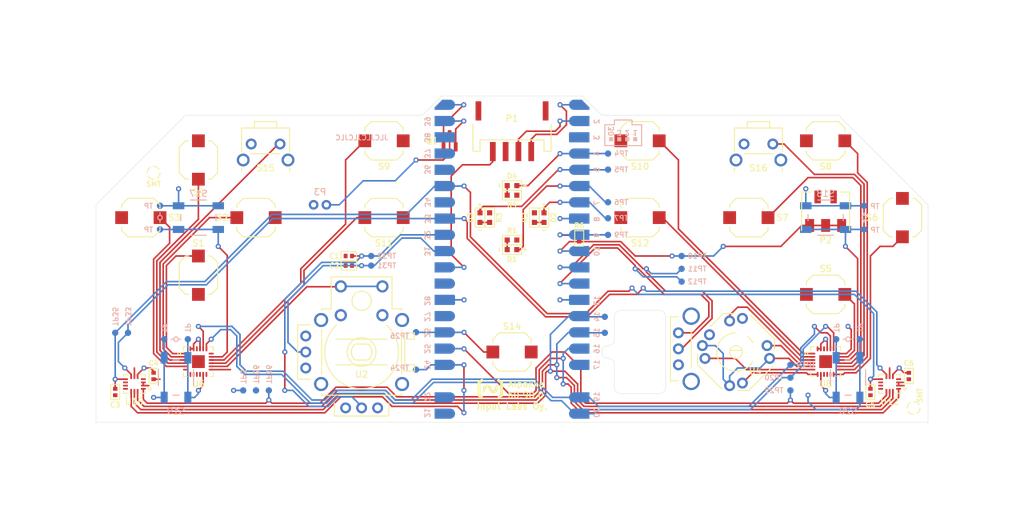
<source format=kicad_pcb>
(kicad_pcb (version 20221018) (generator pcbnew)
  (title_block (title "Alpakka") (company "Input Labs Oy."))
  (layers (0 "F.Cu" signal) (31 "B.Cu" signal) (34 "B.Paste" user) (35 "F.Paste" user) (36 "B.SilkS" user "B.Silkscreen") (37 "F.SilkS" user "F.Silkscreen") (38 "B.Mask" user) (39 "F.Mask" user) (44 "Edge.Cuts" user))
  (net 0 "")
  (net 2 "GP20")
  (net 5 "GND")
  (net 7 "ADC0")
  (net 8 "ADC1")
  (net 9 "SPI_RX")
  (net 10 "SPI_CK")
  (net 11 "SPI_TX")
  (net 12 "Net-(D1-K)")
  (net 13 "GP2")
  (net 14 "GP3")
  (net 15 "GP4")
  (net 16 "GP5")
  (net 17 "GP8")
  (net 18 "GP9")
  (net 19 "GP7")
  (net 20 "GP6")
  (net 21 "A0")
  (net 22 "A1")
  (net 23 "RUN")
  (net 24 "A4")
  (net 25 "A3")
  (net 26 "B15")
  (net 27 "B10")
  (net 28 "B13")
  (net 29 "B11")
  (net 30 "A14")
  (net 31 "B0")
  (net 32 "A13")
  (net 33 "B1")
  (net 34 "A2")
  (net 35 "B12")
  (net 36 "A15")
  (net 37 "B14")
  (net 38 "A9")
  (net 39 "B7")
  (net 40 "I2C_SDA")
  (net 41 "I2C_SCL")
  (net 42 "A12")
  (net 43 "B6")
  (net 44 "B3")
  (net 45 "B2")
  (net 46 "B5")
  (net 47 "B4")
  (net 53 "Net-(D2-K)")
  (net 54 "Net-(D3-K)")
  (net 55 "Net-(D4-K)")
  (net 56 "CS1")
  (net 57 "CS0")
  (net 59 "GNDA")
  (net 60 "VCCA")
  (net 69 "UART_TX")
  (net 70 "UART_RX")
  (net 77 "VCC")
  (net 79 "/A10")
  (net 80 "BAT")
  (net 81 "VBUS")
  (net 82 "VSYS")
  (footprint "ILO_fp:Alpsalpine_SKPM" (layer "F.Cu") (at 149 42)
    (fp_text reference "S8")
    (fp_text value "y")
  )
  (footprint "ILO_fp:NPTH_4mm" (layer "F.Cu") (at 159 62)
    (fp_text reference "REF**" hide)
    (fp_text value "NPTH_4mm" hide)
  )
  (footprint "ILO_fp:Alpsalpine_SKPM" (layer "F.Cu") (at 60 54 180)
    (fp_text reference "S2")
    (fp_text value "right")
  )
  (footprint "ILO_fp:0402" (layer "F.Cu") (at 110.5 57.25 -90)
    (fp_text reference "R6")
    (fp_text value "R6" hide)
  )
  (footprint "ILO_fp:Alpsalpine_SKPM" (layer "F.Cu") (at 42 54)
    (fp_text reference "S3")
    (fp_text value "left")
  )
  (footprint "ILO_fp:Alpsalpine_SKPM" (layer "F.Cu") (at 80 42 180)
    (fp_text reference "S9")
    (fp_text value "select_1")
  )
  (footprint "ILO_fp:Alpsalpine_SKPM" (layer "F.Cu") (at 80 54 180)
    (fp_text reference "S11")
    (fp_text value "select_2")
  )
  (footprint "ILO_fp:Alpsalpine_SKPM" (layer "F.Cu") (at 120 42)
    (fp_text reference "S10")
    (fp_text value "start_1")
  )
  (footprint "ILO_fp:NPTH_4mm" (layer "F.Cu") (at 41 62)
    (fp_text reference "REF**" hide)
    (fp_text value "NPTH_4mm" hide)
  )
  (footprint "ILO_fp:NPTH_4mm" (layer "F.Cu") (at 62 62)
    (fp_text reference "REF**" hide)
    (fp_text value "NPTH_4mm" hide)
  )
  (footprint "ILO_fp:NPTH_4mm" (layer "F.Cu") (at 85 62)
    (fp_text reference "REF**" hide)
    (fp_text value "NPTH_4mm" hide)
  )
  (footprint "ILO_fp:NPTH_4mm" (layer "F.Cu") (at 115 62)
    (fp_text reference "REF**" hide)
    (fp_text value "NPTH_4mm" hide)
  )
  (footprint "ILO_fp:NPTH_4mm" (layer "F.Cu") (at 138 62)
    (fp_text reference "REF**" hide)
    (fp_text value "NPTH_4mm" hide)
  )
  (footprint "ILO_fp:Alpsalpine_SKPM" (layer "F.Cu") (at 149 66)
    (fp_text reference "S5")
    (fp_text value "a")
  )
  (footprint "ILO_fp:Alpsalpine_SKPM" (layer "F.Cu") (at 161 54 -90)
    (fp_text reference "S6")
    (fp_text value "b")
  )
  (footprint "ILO_fp:Alpsalpine_SKPM" (layer "F.Cu") (at 137 54)
    (fp_text reference "S7")
    (fp_text value "x")
  )
  (footprint "ILO_fp:Alpsalpine_SKPM" (layer "F.Cu") (at 51 63 90)
    (fp_text reference "S1")
    (fp_text value "down")
  )
  (footprint "ILO_fp:Alpsalpine_SKPM" (layer "F.Cu") (at 51 45 -90)
    (fp_text reference "S4")
    (fp_text value "up")
  )
  (footprint "ILO_fp:NPTH_2mm" (layer "F.Cu") (at 85 49)
    (fp_text reference "REF**" hide)
    (fp_text value "NPTH_2mm" hide)
  )
  (footprint "ILO_fp:NPTH_2mm" (layer "F.Cu") (at 62 49)
    (fp_text reference "REF**" hide)
    (fp_text value "NPTH_2mm" hide)
  )
  (footprint "ILO_fp:NPTH_2mm" (layer "F.Cu") (at 85 75)
    (fp_text reference "REF**" hide)
    (fp_text value "NPTH_2mm" hide)
  )
  (footprint "ILO_fp:NPTH_2mm" (layer "F.Cu") (at 62 75)
    (fp_text reference "REF**" hide)
    (fp_text value "NPTH_2mm" hide)
  )
  (footprint "ILO_fp:NPTH_2mm" (layer "F.Cu") (at 115 49)
    (fp_text reference "REF**" hide)
    (fp_text value "NPTH_2mm" hide)
  )
  (footprint "ILO_fp:NPTH_2mm" (layer "F.Cu") (at 138 49)
    (fp_text reference "REF**" hide)
    (fp_text value "NPTH_2mm" hide)
  )
  (footprint "ILO_fp:NPTH_2mm" (layer "F.Cu") (at 159 75)
    (fp_text reference "REF**" hide)
    (fp_text value "NPTH_2mm" hide)
  )
  (footprint "ILO_fp:NPTH_2mm" (layer "F.Cu") (at 138 75)
    (fp_text reference "REF**" hide)
    (fp_text value "NPTH_2mm" hide)
  )
  (footprint "ILO_fp:Alpsalpine_RKJXM1015004" (layer "F.Cu") (at 135 75)
    (fp_text reference "U4")
    (fp_text value "Alpsalpine_RKJXM")
  )
  (footprint "ILO_fp:Boomele_C50137" (layer "F.Cu") (at 100 40.5)
    (fp_text reference "P1")
    (fp_text value "Debug")
  )
  (footprint "ILO_fp:Alpsalpine_SKPM" (layer "F.Cu") (at 100 75 180)
    (fp_text reference "S14")
    (fp_text value "home")
  )
  (footprint "ILO_fp:0402" (layer "F.Cu") (at 74.5 60)
    (fp_text reference "C1")
    (fp_text value "C" hide)
  )
  (footprint "ILO_fp:HRO_BC-25-3P" (layer "F.Cu") (at 149 53 -90)
    (fp_text reference "P2")
    (fp_text value "Endpoint" hide)
  )
  (footprint "ILO_fp:0603_d" (layer "F.Cu") (at 95 54 90)
    (fp_text reference "D3")
    (fp_text value "Diode" hide)
  )
  (footprint "ILO_fp:0603_d" (layer "F.Cu") (at 100 49)
    (fp_text reference "D4")
    (fp_text value "Diode" hide)
  )
  (footprint "ILO_fp:0603_d" (layer "F.Cu") (at 105 54 90)
    (fp_text reference "D2")
    (fp_text value "Diode" hide)
  )
  (footprint "ILO_fp:Alpsalpine_RKJXV122400R" (layer "F.Cu") (at 76.5 75 180)
    (fp_text reference "U2")
    (fp_text value "Alpsalpine_RKJXV" hide)
  )
  (footprint "ILO_fp:NPTH_2mm" (layer "F.Cu") (at 41 75)
    (fp_text reference "REF**" hide)
    (fp_text value "NPTH_2mm" hide)
  )
  (footprint "ILO_fp:Alpsalpine_SKPM" (layer "F.Cu") (at 120 54)
    (fp_text reference "S12")
    (fp_text value "start_2")
  )
  (footprint "ILO_fp:Alpsalpine_SKHHL" (layer "F.Cu") (at 61.5 42.5 180)
    (fp_text reference "S15")
    (fp_text value "l1")
  )
  (footprint "ILO_fp:0402" (layer "F.Cu") (at 74.5 61.5)
    (fp_text reference "C2")
    (fp_text value "C" hide)
  )
  (footprint "ILO_fp:LGA14" (layer "F.Cu") (at 159 80)
    (fp_text reference "U12")
    (fp_text value "ST_LSM6" hide)
  )
  (footprint "ILO_fp:0402" (layer "F.Cu") (at 162 78.75 90)
    (fp_text reference "C6")
    (fp_text value "C" hide)
  )
  (footprint "ILO_fp:0402" (layer "F.Cu") (at 156 81.25 90)
    (fp_text reference "C5")
    (fp_text value "C" hide)
  )
  (footprint "ILO_fp:Alpsalpine_SKHHL" (layer "F.Cu") (at 138.5 42.5 180)
    (fp_text reference "S16")
    (fp_text value "r1")
  )
  (footprint "ILO_fp:0603" (layer "F.Cu") (at 100 57.5 180)
    (fp_text reference "R1")
    (fp_text value "R" hide)
  )
  (footprint "ILO_fp:0603" (layer "F.Cu") (at 103.5 54 -90)
    (fp_text reference "R2")
    (fp_text value "R" hide)
  )
  (footprint "ILO_fp:0603" (layer "F.Cu") (at 96.5 54 -90)
    (fp_text reference "R3")
    (fp_text value "R" hide)
  )
  (footprint "ILO_fp:0603" (layer "F.Cu") (at 100 50.5 180)
    (fp_text reference "R4")
    (fp_text value "R" hide)
  )
  (footprint "ILO_fp:0603_d" (layer "F.Cu") (at 100 59)
    (fp_text reference "D1")
    (fp_text value "Diode" hide)
  )
  (footprint "ILO_fp:0402" (layer "F.Cu") (at 38 81.25 90)
    (fp_text reference "C3")
    (fp_text value "C" hide)
  )
  (footprint "ILO_fp:0402" (layer "F.Cu") (at 44 78.75 90)
    (fp_text reference "C4")
    (fp_text value "C" hide)
  )
  (footprint "ILO_fp:QFN24" (layer "F.Cu") (at 149 76.5 -90)
    (fp_text reference "U8")
    (fp_text value "NXP_PCAL6416A" hide)
  )
  (footprint "ILO_fp:QFN24" (layer "F.Cu") (at 51 76.5 -90)
    (fp_text reference "U6")
    (fp_text value "NXP_PCAL6416A" hide)
  )
  (footprint "ILO_fp:NPTH_2mm" (layer "F.Cu") (at 44 47)
    (fp_text reference "REF**" hide)
    (fp_text value "NPTH_2mm" hide)
  )
  (footprint "ILO_fp:SOT-23-DGS" (layer "F.Cu") (at 90.25 42 90)
    (fp_text reference "Q1")
    (fp_text value "Q_PMOS_DGS")
  )
  (footprint "LOGO" (layer "F.Cu") (at 96.6 80.75)
    (fp_text reference "G***" hide)
    (fp_text value "LOGO" hide)
  )
  (footprint "" (layer "F.Cu") (at 162.75 83.75)
    (fp_text reference "")
    (fp_text value "")
  )
  (footprint "ILO_fp:LGA14" (layer "F.Cu") (at 41 80)
    (fp_text reference "U10")
    (fp_text value "ST_LSM6" hide)
  )
  (footprint "ILO_fp:Alpsalpine_EC10E" (layer "F.Cu") (at 128 74.5 -90)
    (fp_text reference "U3" hide)
    (fp_text value "Alpsalpine_EC10E" hide)
  )
  (footprint "ILO_fp:Alpsalpine_SKQG" (layer "B.Cu") (at 51 54)
    (fp_text reference "S17")
    (fp_text value "l2" hide)
  )
  (footprint "ILO_fp:Raspberry_Pico" (layer "B.Cu") (at 100 60.5 180)
    (fp_text reference "U1" hide)
    (fp_text value "Raspberry_Pico" hide)
  )
  (footprint "ILO_fp:Alpsalpine_SKQG" (layer "B.Cu") (at 152.5 79 -90)
    (fp_text reference "S20")
    (fp_text value "r4" hide)
  )
  (footprint "ILO_fp:Alpsalpine_SKQG" (layer "B.Cu") (at 149 54)
    (fp_text reference "S18")
    (fp_text value "r2" hide)
  )
  (footprint "ILO_fp:Alpsalpine_SKQG" (layer "B.Cu") (at 47.5 79 90)
    (fp_text reference "S19")
    (fp_text value "l4" hide)
  )
  (footprint "ILO_fp:Pad_1mm" (layer "B.Cu") (at 49.35 73 180)
    (fp_text reference "TP204" hide)
    (fp_text value "Endpoint" hide)
  )
  (footprint "ILO_fp:Pad_1mm" (layer "B.Cu") (at 62 81 180)
    (fp_text reference "TP16")
    (fp_text value "Endpoint" hide)
  )
  (footprint "ILO_fp:Pad_1mm" (layer "B.Cu") (at 126.5 60 180)
    (fp_text reference "TP10")
    (fp_text value "Endpoint" hide)
  )
  (footprint "ILO_fp:Pad_1mm" (layer "B.Cu") (at 40 72 180)
    (fp_text reference "TP33")
    (fp_text value "Endpoint" hide)
  )
  (footprint "ILO_fp:Pad_1mm" (layer "B.Cu") (at 38 72 180)
    (fp_text reference "TP35")
    (fp_text value "Endpoint" hide)
  )
  (footprint "ILO_fp:Pad_1mm" (layer "B.Cu") (at 115 56.7 180)
    (fp_text reference "TP9")
    (fp_text value "Endpoint" hide)
  )
  (footprint "ILO_fp:Pad_1mm" (layer "B.Cu") (at 45 55.85 180)
    (fp_text reference "TP202" hide)
    (fp_text value "Endpoint" hide)
  )
  (footprint "ILO_fp:JST_PH_2_TH" (layer "B.Cu") (at 70 52 180)
    (fp_text reference "P3")
    (fp_text value "Conn_01x02")
  )
  (footprint "ILO_fp:Pad_1mm" (layer "B.Cu") (at 78 60 180)
    (fp_text reference "TP32")
    (fp_text value "Endpoint" hide)
  )
  (footprint "ILO_fp:Pad_1mm" (layer "B.Cu") (at 85 71.9 180)
    (fp_text reference "TP26")
    (fp_text value "Endpoint" hide)
  )
  (footprint "ILO_fp:Pad_1mm" (layer "B.Cu") (at 143.5 79 180)
    (fp_text reference "TP20")
    (fp_text value "Endpoint" hide)
  )
  (footprint "ILO_fp:Pad_1mm" (layer "B.Cu") (at 114.5 69.5 180)
    (fp_text reference "TP14" hide)
    (fp_text value "Endpoint" hide)
  )
  (footprint "ILO_fp:Pad_1mm" (layer "B.Cu") (at 85 77.75 180)
    (fp_text reference "TP24")
    (fp_text value "Endpoint" hide)
  )
  (footprint "ILO_fp:Pad_1mm" (layer "B.Cu") (at 126.5 64 180)
    (fp_text reference "TP12")
    (fp_text value "Endpoint" hide)
  )
  (footprint "ILO_fp:Pad_1mm" (layer "B.Cu") (at 115 46.5 180)
    (fp_text reference "TP5")
    (fp_text value "Endpoint" hide)
  )
  (footprint "ILO_fp:Pad_1mm" (layer "B.Cu") (at 154.35 73 180)
    (fp_text reference "TP103" hide)
    (fp_text value "Endpoint" hide)
  )
  (footprint "ILO_fp:Pad_1mm" (layer "B.Cu") (at 115 44 180)
    (fp_text reference "TP4")
    (fp_text value "Endpoint" hide)
  )
  (footprint "ILO_fp:Pad_1mm" (layer "B.Cu") (at 115 51.6 180)
    (fp_text reference "TP6")
    (fp_text value "Endpoint" hide)
  )
  (footprint "ILO_fp:Pad_1mm" (layer "B.Cu") (at 126.5 62 180)
    (fp_text reference "TP11")
    (fp_text value "Endpoint" hide)
  )
  (footprint "ILO_fp:Pad_1mm" (layer "B.Cu") (at 115 54.1 180)
    (fp_text reference "TP7")
    (fp_text value "Endpoint" hide)
  )
  (footprint "ILO_fp:Pad_1mm" (layer "B.Cu") (at 60 81 180)
    (fp_text reference "TP36")
    (fp_text value "Endpoint" hide)
  )
  (footprint "ILO_fp:Pad_1mm" (layer "B.Cu") (at 114.5 72 180)
    (fp_text reference "TP15" hide)
    (fp_text value "Endpoint" hide)
  )
  (footprint "ILO_fp:Pad_1mm" (layer "B.Cu") (at 45.65 73 180)
    (fp_text reference "TP203" hide)
    (fp_text value "Endpoint" hide)
  )
  (footprint "ILO_fp:Pad_1mm" (layer "B.Cu") (at 155 55.85 180)
    (fp_text reference "TP102" hide)
    (fp_text value "Endpoint" hide)
  )
  (footprint "ILO_fp:Pad_1mm" (layer "B.Cu") (at 150.65 73 180)
    (fp_text reference "TP104" hide)
    (fp_text value "Endpoint" hide)
  )
  (footprint "ILO_fp:Pad_1mm" (layer "B.Cu") (at 155 52.15 180)
    (fp_text reference "TP101" hide)
    (fp_text value "Endpoint" hide)
  )
  (footprint "ILO_fp:Pad_1mm" (layer "B.Cu") (at 143.5 81 180)
    (fp_text reference "TP25")
    (fp_text value "Endpoint" hide)
  )
  (footprint "ILO_fp:Pad_1mm" (layer "B.Cu") (at 45 52.15 180)
    (fp_text reference "TP201" hide)
    (fp_text value "Endpoint" hide)
  )
  (footprint "ILO_fp:Pad_1mm" (layer "B.Cu") (at 58 81 180)
    (fp_text reference "TP3")
    (fp_text value "Endpoint" hide)
  )
  (footprint "ILO_fp:Pad_1mm" (layer "B.Cu") (at 143.5 77 180)
    (fp_text reference "TP19")
    (fp_text value "Endpoint" hide)
  )
  (footprint "ILO_fp:Pad_1mm" (layer "B.Cu") (at 78 61.5 180)
    (fp_text reference "TP31")
    (fp_text value "Endpoint" hide)
  )
  (gr_circle (center 155 54) (end 155.25 54.25) (stroke (width 0.16)) (fill none) (layer "B.SilkS"))
  (gr_line (start 152.853553 73) (end 153.25 73) (stroke (width 0.16)) (layer "B.SilkS"))
  (gr_line (start 120.25 39.5) (end 118.75 39.5) (stroke (width 0.16)) (layer "B.SilkS"))
  (gr_line (start 47.853553 73) (end 48.25 73) (stroke (width 0.16)) (layer "B.SilkS"))
  (gr_line (start 47.146447 73) (end 46.75 73) (stroke (width 0.16)) (layer "B.SilkS"))
  (gr_line (start 45 53.646447) (end 45 53.25) (stroke (width 0.16)) (layer "B.SilkS"))
  (gr_circle (center 152.5 73) (end 152.25 73.25) (stroke (width 0.16)) (fill none) (layer "B.SilkS"))
  (gr_line (start 155 54.353553) (end 155 54.75) (stroke (width 0.16)) (layer "B.SilkS"))
  (gr_circle (center 47.5 73) (end 47.25 73.25) (stroke (width 0.16)) (fill none) (layer "B.SilkS"))
  (gr_rect (start 117.75 41.5) (end 118.25 42) (stroke (width 0.16)) (fill solid) (layer "B.SilkS"))
  (gr_line (start 116 39.5) (end 114.5 39.5) (stroke (width 0.16)) (layer "B.SilkS"))
  (gr_line (start 45 54.353553) (end 45 54.75) (stroke (width 0.16)) (layer "B.SilkS"))
  (gr_rect (start 119 41.5) (end 119.5 42) (stroke (width 0.16)) (fill solid) (layer "B.SilkS"))
  (gr_rect (start 115.25 41.5) (end 115.75 42) (stroke (width 0.16)) (fill solid) (layer "B.SilkS"))
  (gr_line (start 114.5 42.75) (end 120.25 42.75) (stroke (width 0.16)) (layer "B.SilkS"))
  (gr_line (start 116 38.75) (end 116 39.5) (stroke (width 0.16)) (layer "B.SilkS"))
  (gr_line (start 118.75 38.75) (end 116 38.75) (stroke (width 0.16)) (layer "B.SilkS"))
  (gr_line (start 155 53.646447) (end 155 53.25) (stroke (width 0.16)) (layer "B.SilkS"))
  (gr_line (start 152.146447 73) (end 151.75 73) (stroke (width 0.16)) (layer "B.SilkS"))
  (gr_line (start 120.25 42.75) (end 120.25 39.5) (stroke (width 0.16)) (layer "B.SilkS"))
  (gr_line (start 118.75 39.5) (end 118.75 38.75) (stroke (width 0.16)) (layer "B.SilkS"))
  (gr_circle (center 45 54) (end 45.25 54.25) (stroke (width 0.16)) (fill none) (layer "B.SilkS"))
  (gr_line (start 114.5 39.5) (end 114.5 42.75) (stroke (width 0.16)) (layer "B.SilkS"))
  (gr_rect (start 116.5 41.5) (end 117 42) (stroke (width 0.16)) (fill solid) (layer "B.SilkS"))
  (gr_arc (start 162.75 82.75) (mid 163.221847 82.868345) (end 163.58205 83.1953) (stroke (width 0.153)) (layer "F.SilkS"))
  (gr_arc (start 44 46) (mid 44.471847 46.118345) (end 44.83205 46.4453) (stroke (width 0.153)) (layer "F.SilkS"))
  (gr_arc (start 43 47) (mid 43.118345 46.528153) (end 43.4453 46.16795) (stroke (width 0.153)) (layer "F.SilkS"))
  (gr_arc (start 163.75 83.75) (mid 163.631655 84.221847) (end 163.3047 84.58205) (stroke (width 0.153)) (layer "F.SilkS"))
  (gr_arc (start 44 48) (mid 43.528153 47.881655) (end 43.16795 47.5547) (stroke (width 0.153)) (layer "F.SilkS"))
  (gr_arc (start 45 47) (mid 44.881655 47.471847) (end 44.5547 47.83205) (stroke (width 0.153)) (layer "F.SilkS"))
  (gr_arc (start 161.75 83.75) (mid 161.868345 83.278153) (end 162.1953 82.91795) (stroke (width 0.153)) (layer "F.SilkS"))
  (gr_arc (start 162.75 84.75) (mid 162.278153 84.631655) (end 161.91795 84.3047) (stroke (width 0.153)) (layer "F.SilkS"))
  (gr_line (start 100 35) (end 89 35) (stroke (width 0.05)) (layer "Edge.Cuts"))
  (gr_line (start 89 35) (end 86 38) (stroke (width 0.05)) (layer "Edge.Cuts"))
  (gr_line (start 111 35) (end 114 38) (stroke (width 0.05)) (layer "Edge.Cuts"))
  (gr_line (start 100 35) (end 111 35) (stroke (width 0.05)) (layer "Edge.Cuts"))
  (gr_line (start 35 86) (end 165 86) (stroke (width 0.05)) (layer "Edge.Cuts"))
  (gr_line (start 114 38) (end 151 38) (stroke (width 0.05)) (layer "Edge.Cuts"))
  (gr_line (start 116 69.5) (end 116 73) (stroke (width 0.05)) (layer "Edge.Cuts"))
  (gr_arc (start 116 73) (mid 115.707107 73.707107) (end 115 74) (stroke (width 0.05)) (layer "Edge.Cuts"))
  (gr_line (start 151 38) (end 165 52) (stroke (width 0.05)) (layer "Edge.Cuts"))
  (gr_line (start 117 81.5) (end 123 81.5) (stroke (width 0.05)) (layer "Edge.Cuts"))
  (gr_arc (start 116 69.5) (mid 116.292893 68.792893) (end 117 68.5) (stroke (width 0.05)) (layer "Edge.Cuts"))
  (gr_arc (start 114 75) (mid 114.292893 74.292893) (end 115 74) (stroke (width 0.05)) (layer "Edge.Cuts"))
  (gr_line (start 124 69.5) (end 124 80.5) (stroke (width 0.05)) (layer "Edge.Cuts"))
  (gr_line (start 116 80.5) (end 116 77) (stroke (width 0.05)) (layer "Edge.Cuts"))
  (gr_line (start 117 68.5) (end 123 68.5) (stroke (width 0.05)) (layer "Edge.Cuts"))
  (gr_arc (start 123 68.5) (mid 123.707107 68.792893) (end 124 69.5) (stroke (width 0.05)) (layer "Edge.Cuts"))
  (gr_line (start 165 86) (end 165 52) (stroke (width 0.05)) (layer "Edge.Cuts"))
  (gr_arc (start 115 76) (mid 114.292893 75.707107) (end 114 75) (stroke (width 0.05)) (layer "Edge.Cuts"))
  (gr_line (start 49 38) (end 35 52) (stroke (width 0.05)) (layer "Edge.Cuts"))
  (gr_arc (start 117 81.5) (mid 116.292893 81.207107) (end 116 80.5) (stroke (width 0.05)) (layer "Edge.Cuts"))
  (gr_line (start 35 86) (end 35 52) (stroke (width 0.05)) (layer "Edge.Cuts"))
  (gr_line (start 86 38) (end 49 38) (stroke (width 0.05)) (layer "Edge.Cuts"))
  (gr_arc (start 124 80.5) (mid 123.707107 81.207107) (end 123 81.5) (stroke (width 0.05)) (layer "Edge.Cuts"))
  (gr_arc (start 115 76) (mid 115.707107 76.292893) (end 116 77) (stroke (width 0.05)) (layer "Edge.Cuts"))
  (gr_text "17\n" (at 113.25 77 90) (layer "B.SilkS") (effects (font (size 0.8 0.8) (thickness 0.153)) (justify mirror)))
  (gr_text "28\n" (at 86.75 67 270) (layer "B.SilkS") (effects (font (size 0.8 0.8) (thickness 0.153)) (justify mirror)))
  (gr_text "JLCJLCJLCJLC" (at 76.5 41.5) (layer "B.SilkS") (effects (font (size 0.8 0.8)) (justify mirror)))
  (gr_text "15\n" (at 113.25 72 90) (layer "B.SilkS") (effects (font (size 0.8 0.8) (thickness 0.153)) (justify mirror)))
  (gr_text "1" (at 119.25 40.75 180) (layer "B.SilkS") (effects (font (size 0.8 0.8) (thickness 0.153)) (justify mirror)))
  (gr_text "3" (at 116.75 40.75 180) (layer "B.SilkS") (effects (font (size 0.8 0.8) (thickness 0.153)) (justify mirror)))
  (gr_text "4" (at 113.25 44 90) (layer "B.SilkS") (effects (font (size 0.8 0.8) (thickness 0.153)) (justify mirror)))
  (gr_text "32\n" (at 86.75 56.75 270) (layer "B.SilkS") (effects (font (size 0.8 0.8) (thickness 0.153)) (justify mirror)))
  (gr_text "2" (at 118 40.75 180) (layer "B.SilkS") (effects (font (size 0.8 0.8) (thickness 0.153)) (justify mirror)))
  (gr_text "20" (at 113.25 84.5 90) (layer "B.SilkS") (effects (font (size 0.8 0.8) (thickness 0.153)) (justify mirror)))
  (gr_text "2" (at 113.25 39 90) (layer "B.SilkS") (effects (font (size 0.8 0.8) (thickness 0.153)) (justify mirror)))
  (gr_text "TP" (at 150.65 72 270) (layer "B.SilkS") (effects (font (size 0.8 0.8) (thickness 0.153)) (justify left mirror)))
  (gr_text "25\n" (at 86.75 74.5 270) (layer "B.SilkS") (effects (font (size 0.8 0.8) (thickness 0.153)) (justify mirror)))
  (gr_text "TP" (at 157.5 52.25) (layer "B.SilkS") (effects (font (size 0.8 0.8) (thickness 0.153)) (justify left mirror)))
  (gr_text "36\n" (at 86.75 46.5 270) (layer "B.SilkS") (effects (font (size 0.8 0.8) (thickness 0.153)) (justify mirror)))
  (gr_text "39\n" (at 86.75 39 270) (layer "B.SilkS") (effects (font (size 0.8 0.8) (thickness 0.153)) (justify mirror)))
  (gr_text "TP" (at 49.3 72 270) (layer "B.SilkS") (effects (font (size 0.8 0.8) (thickness 0.153)) (justify left mirror)))
  (gr_text "3" (at 113.25 41.5 90) (layer "B.SilkS") (effects (font (size 0.8 0.8) (thickness 0.153)) (justify mirror)))
  (gr_text "26\n" (at 86.75 72 270) (layer "B.SilkS") (effects (font (size 0.8 0.8) (thickness 0.153)) (justify mirror)))
  (gr_text "TP" (at 44 52.2) (layer "B.SilkS") (effects (font (size 0.8 0.8) (thickness 0.153)) (justify left mirror)))
  (gr_text "7" (at 113.25 51.7 90) (layer "B.SilkS") (effects (font (size 0.8 0.8) (thickness 0.153)) (justify mirror)))
  (gr_text "24\n" (at 86.75 77 270) (layer "B.SilkS") (effects (font (size 0.8 0.8) (thickness 0.153)) (justify mirror)))
  (gr_text "16" (at 113.25 74.5 90) (layer "B.SilkS") (effects (font (size 0.8 0.8) (thickness 0.153)) (justify mirror)))
  (gr_text "TP" (at 44 55.9) (layer "B.SilkS") (effects (font (size 0.8 0.8) (thickness 0.153)) (justify left mirror)))
  (gr_text "8" (at 113.25 54.25 90) (layer "B.SilkS") (effects (font (size 0.8 0.8) (thickness 0.153)) (justify mirror)))
  (gr_text "27\n" (at 86.75 69.5 270) (layer "B.SilkS") (effects (font (size 0.8 0.8) (thickness 0.153)) (justify mirror)))
  (gr_text "21\n" (at 86.75 84.5 270) (layer "B.SilkS") (effects (font (size 0.8 0.8) (thickness 0.153)) (justify mirror)))
  (gr_text "22\n" (at 86.75 82 270) (layer "B.SilkS") (effects (font (size 0.8 0.8) (thickness 0.153)) (justify mirror)))
  (gr_text "31\n" (at 86.75 59.25 270) (layer "B.SilkS") (effects (font (size 0.8 0.8) (thickness 0.153)) (justify mirror)))
  (gr_text "14\n" (at 113.25 69.5 90) (layer "B.SilkS") (effects (font (size 0.8 0.8) (thickness 0.153)) (justify mirror)))
  (gr_text "34" (at 86.8 51.6 270) (layer "B.SilkS") (effects (font (size 0.8 0.8) (thickness 0.153)) (justify mirror)))
  (gr_text "TP" (at 45.6 72 270) (layer "B.SilkS") (effects (font (size 0.8 0.8) (thickness 0.153)) (justify left mirror)))
  (gr_text "5\n" (at 113.25 46.5 90) (layer "B.SilkS") (effects (font (size 0.8 0.8) (thickness 0.153)) (justify mirror)))
  (gr_text "33" (at 86.8 54.2 270) (layer "B.SilkS") (effects (font (size 0.8 0.8) (thickness 0.153)) (justify mirror)))
  (gr_text "37\n" (at 86.75 44 270) (layer "B.SilkS") (effects (font (size 0.8 0.8) (thickness 0.153)) (justify mirror)))
  (gr_text "TP" (at 157.5 55.95) (layer "B.SilkS") (effects (font (size 0.8 0.8) (thickness 0.153)) (justify left mirror)))
  (gr_text "38\n" (at 86.75 41.5 270) (layer "B.SilkS") (effects (font (size 0.8 0.8) (thickness 0.153)) (justify mirror)))
  (gr_text "19" (at 113.25 82 90) (layer "B.SilkS") (effects (font (size 0.8 0.8) (thickness 0.153)) (justify mirror)))
  (gr_text "9" (at 113.25 56.75 90) (layer "B.SilkS") (effects (font (size 0.8 0.8) (thickness 0.153)) (justify mirror)))
  (gr_text "10\n" (at 113.25 59.25 90) (layer "B.SilkS") (effects (font (size 0.8 0.8) (thickness 0.153)) (justify mirror)))
  (gr_text "TP" (at 154.35 72 270) (layer "B.SilkS") (effects (font (size 0.8 0.8) (thickness 0.153)) (justify left mirror)))
  (gr_text "30" (at 115.5 40.5 90) (layer "B.SilkS") (effects (font (size 0.8 0.8) (thickness 0.153)) (justify mirror)))
  (gr_text "13\n" (at 113.25 67 90) (layer "B.SilkS") (effects (font (size 0.8 0.8) (thickness 0.153)) (justify mirror)))
  (gr_text "Input Labs Oy." (at 100 83.5) (layer "F.SilkS") (effects (font (size 1 1) (thickness 0.2))))
  (gr_text "Alpakka" (at 99.25 80) (layer "F.SilkS") (effects (font (size 1 1) (thickness 0.16)) (justify left)))
  (gr_text "b0.90.0" (at 99.2 81.75) (layer "F.SilkS") (effects (font (size 1 1) (thickness 0.16)) (justify left)))
  (gr_text "SMT" (at 163.75 81.75 90) (layer "F.SilkS") (effects (font (size 0.8 0.8) (thickness 0.153))))
  (gr_text "SMT" (at 44 48.75) (layer "F.SilkS") (effects (font (size 0.8 0.8) (thickness 0.153))))
  (segment (start 95.57 75) (end 97 75) (width 0.25) (layer "F.Cu") (net 2))
  (segment (start 92.5 71.93) (end 95.57 75) (width 0.25) (layer "F.Cu") (net 2))
  (via (at 92.5 71.93) (size 0.8) (drill 0.4) (layers "F.Cu" "B.Cu") (net 2))
  (segment (start 88.7 71.93) (end 92.5 71.93) (width 0.25) (layer "B.Cu") (net 2))
  (segment (start 88.7 71.93) (end 85 71.93) (width 0.25) (layer "B.Cu") (net 2))
  (segment (start 159 78.852) (end 159 77.5) (width 0.25) (layer "F.Cu") (net 5))
  (segment (start 41 77.5) (end 41 78.852) (width 0.25) (layer "F.Cu") (net 5))
  (segment (start 160.398 79.75) (end 160.398 80.25) (width 0.25) (layer "F.Cu") (net 5))
  (segment (start 44 79.25) (end 45 79.25) (width 0.25) (layer "F.Cu") (net 5))
  (segment (start 160.398 79.75) (end 161.25 79.75) (width 0.25) (layer "F.Cu") (net 5))
  (segment (start 42.398 80.25) (end 42.398 79.75) (width 0.25) (layer "F.Cu") (net 5))
  (segment (start 43 80.25) (end 43.25 80.25) (width 0.25) (layer "F.Cu") (net 5))
  (segment (start 160.398 80.25) (end 161.25 80.25) (width 0.25) (layer "F.Cu") (net 5))
  (segment (start 53 77.75) (end 56 77.75) (width 0.25) (layer "F.Cu") (net 5))
  (segment (start 42.398 80.25) (end 43 80.25) (width 0.25) (layer "F.Cu") (net 5))
  (via (at 107.5 54.15) (size 0.8) (drill 0.4) (layers "F.Cu" "B.Cu") (net 5))
  (via (at 44 82.1) (size 0.8) (drill 0.4) (layers "F.Cu" "B.Cu") (net 5))
  (via (at 56.5 81) (size 0.8) (drill 0.4) (layers "F.Cu" "B.Cu") (net 5))
  (via (at 145.9 49.5) (size 0.8) (drill 0.4) (layers "F.Cu" "B.Cu") (net 5))
  (via (at 92.5 66.85) (size 0.8) (drill 0.4) (layers "F.Cu" "B.Cu") (net 5))
  (via (at 107.5 66.85) (size 0.8) (drill 0.4) (layers "F.Cu" "B.Cu") (net 5))
  (via (at 47.9 49.5) (size 0.8) (drill 0.4) (layers "F.Cu" "B.Cu") (net 5))
  (via (at 146.25 81.75) (size 0.8) (drill 0.4) (layers "F.Cu" "B.Cu") (net 5))
  (segment (start 47.9 52.15) (end 54.1 52.15) (width 0.25) (layer "B.Cu") (net 5))
  (segment (start 45.65 75.9) (end 45.65 82.1) (width 0.25) (layer "B.Cu") (net 5))
  (segment (start 154.35 75.9) (end 154.35 82.1) (width 0.25) (layer "B.Cu") (net 5))
  (segment (start 45.65 82.1) (end 44 82.1) (width 0.25) (layer "B.Cu") (net 5))
  (segment (start 146.25 81.75) (end 146.25 82.75) (width 0.25) (layer "B.Cu") (net 5))
  (segment (start 153.75 84) (end 154.35 83.4) (width 0.25) (layer "B.Cu") (net 5))
  (segment (start 154.35 83.4) (end 154.35 82.1) (width 0.25) (layer "B.Cu") (net 5))
  (segment (start 45.65 75.9) (end 45.65 73.1) (width 0.25) (layer "B.Cu") (net 5))
  (segment (start 154.35 75.9) (end 154.35 73.1) (width 0.25) (layer "B.Cu") (net 5))
  (segment (start 152.1 52.15) (end 145.9 52.15) (width 0.25) (layer "B.Cu") (net 5))
  (segment (start 47.9 52.15) (end 45 52.15) (width 0.25) (layer "B.Cu") (net 5))
  (segment (start 152.1 52.15) (end 155 52.15) (width 0.25) (layer "B.Cu") (net 5))
  (segment (start 58 81) (end 56.5 81) (width 0.25) (layer "B.Cu") (net 5))
  (segment (start 111.3 54.15) (end 107.5 54.15) (width 0.25) (layer "B.Cu") (net 5))
  (segment (start 88.7 66.85) (end 92.5 66.85) (width 0.25) (layer "B.Cu") (net 5))
  (segment (start 145.9 52.15) (end 145.9 49.5) (width 0.25) (layer "B.Cu") (net 5))
  (segment (start 111.3 66.85) (end 107.5 66.85) (width 0.25) (layer "B.Cu") (net 5))
  (segment (start 146.25 82.75) (end 147.5 84) (width 0.25) (layer "B.Cu") (net 5))
  (segment (start 47.9 52.15) (end 47.9 49.5) (width 0.25) (layer "B.Cu") (net 5))
  (segment (start 147.5 84) (end 153.75 84) (width 0.25) (layer "B.Cu") (net 5))
  (segment (start 76.5 61.5) (end 75.999988 61.5) (width 0.25) (layer "F.Cu") (net 7))
  (segment (start 75.999988 61.5) (end 75 61.5) (width 0.25) (layer "F.Cu") (net 7))
  (via (at 76.5 61.5) (size 0.8) (drill 0.4) (layers "F.Cu" "B.Cu") (net 7))
  (segment (start 85.75 57.2) (end 87.78 59.23) (width 0.25) (layer "B.Cu") (net 7))
  (segment (start 82.8 57.2) (end 85.75 57.2) (width 0.25) (layer "B.Cu") (net 7))
  (segment (start 87.78 59.23) (end 88.7 59.23) (width 0.25) (layer "B.Cu") (net 7))
  (segment (start 65 73.5) (end 66.5 75) (width 0.25) (layer "B.Cu") (net 7))
  (segment (start 78 61.5) (end 78.5 61.5) (width 0.25) (layer "B.Cu") (net 7))
  (segment (start 66.5 75) (end 67.77 75) (width 0.25) (layer "B.Cu") (net 7))
  (segment (start 70.5 61.5) (end 65 67) (width 0.25) (layer "B.Cu") (net 7))
  (segment (start 76.5 61.5) (end 78 61.5) (width 0.25) (layer "B.Cu") (net 7))
  (segment (start 78.5 61.5) (end 82.8 57.2) (width 0.25) (layer "B.Cu") (net 7))
  (segment (start 65 67) (end 65 73.5) (width 0.25) (layer "B.Cu") (net 7))
  (segment (start 76.5 61.5) (end 70.5 61.5) (width 0.25) (layer "B.Cu") (net 7))
  (segment (start 75 60) (end 76.5 60) (width 0.25) (layer "F.Cu") (net 8))
  (segment (start 64.5 75) (end 64.5 81) (width 0.25) (layer "F.Cu") (net 8))
  (via (at 64.5 75) (size 0.8) (drill 0.4) (layers "F.Cu" "B.Cu") (net 8))
  (via (at 64.5 81) (size 0.8) (drill 0.4) (layers "F.Cu" "B.Cu") (net 8))
  (via (at 76.5 60) (size 0.8) (drill 0.4) (layers "F.Cu" "B.Cu") (net 8))
  (segment (start 78 60) (end 79.25 60) (width 0.25) (layer "B.Cu") (net 8))
  (segment (start 64.5 81) (end 65.75 81) (width 0.25) (layer "B.Cu") (net 8))
  (segment (start 82.56 56.69) (end 88.7 56.69) (width 0.25) (layer "B.Cu") (net 8))
  (segment (start 76.5 60) (end 75.5 61) (width 0.25) (layer "B.Cu") (net 8))
  (segment (start 79.25 60) (end 82.56 56.69) (width 0.25) (layer "B.Cu") (net 8))
  (segment (start 65.75 81) (end 68.25 83.5) (width 0.25) (layer "B.Cu") (net 8))
  (segment (start 64.5 66.75) (end 64.5 75) (width 0.25) (layer "B.Cu") (net 8))
  (segment (start 76.5 83.5) (end 76.5 83.73) (width 0.25) (layer "B.Cu") (net 8))
  (segment (start 68.25 83.5) (end 71.25 83.5) (width 0.25) (layer "B.Cu") (net 8))
  (segment (start 72.75 82) (end 75 82) (width 0.25) (layer "B.Cu") (net 8))
  (segment (start 71.25 83.5) (end 72.75 82) (width 0.25) (layer "B.Cu") (net 8))
  (segment (start 75.5 61) (end 70.25 61) (width 0.25) (layer "B.Cu") (net 8))
  (segment (start 75 82) (end 76.5 83.5) (width 0.25) (layer "B.Cu") (net 8))
  (segment (start 70.25 61) (end 64.5 66.75) (width 0.25) (layer "B.Cu") (net 8))
  (segment (start 76.5 60) (end 78 60) (width 0.25) (layer "B.Cu") (net 8))
  (segment (start 160.398 82.102) (end 160.398 80.75) (width 0.25) (layer "F.Cu") (net 9))
  (segment (start 110.75 84.5) (end 158 84.5) (width 0.25) (layer "F.Cu") (net 9))
  (segment (start 61.5 83) (end 43 83) (width 0.25) (layer "F.Cu") (net 9))
  (segment (start 43 83) (end 42.398 82.398) (width 0.25) (layer "F.Cu") (net 9))
  (segment (start 108 80) (end 108.75 80) (width 0.25) (layer "F.Cu") (net 9))
  (segment (start 72.5 80.5) (end 70 83) (width 0.25) (layer "F.Cu") (net 9))
  (segment (start 42.398 82.398) (end 42.398 80.75) (width 0.25) (layer "F.Cu") (net 9))
  (segment (start 108 76) (end 106 76) (width 0.25) (layer "F.Cu") (net 9))
  (segment (start 82 82) (end 80.5 80.5) (width 0.25) (layer "F.Cu") (net 9))
  (segment (start 104.25 77.75) (end 104.25 81.25) (width 0.25) (layer "F.Cu") (net 9))
  (segment (start 158 84.5) (end 160.398 82.102) (width 0.25) (layer "F.Cu") (net 9))
  (segment (start 62.5 83) (end 62 82.5) (width 0.25) (layer "F.Cu") (net 9))
  (segment (start 62 82.5) (end 61.5 83) (width 0.25) (layer "F.Cu") (net 9))
  (segment (start 70 83) (end 62.5 83) (width 0.25) (layer "F.Cu") (net 9))
  (segment (start 109.25 83) (end 110.75 84.5) (width 0.25) (layer "F.Cu") (net 9))
  (segment (start 80.5 80.5) (end 72.5 80.5) (width 0.25) (layer "F.Cu") (net 9))
  (segment (start 106 76) (end 104.25 77.75) (width 0.25) (layer "F.Cu") (net 9))
  (segment (start 109.25 80.5) (end 109.25 83) (width 0.25) (layer "F.Cu") (net 9))
  (segment (start 108.75 80) (end 109.25 80.5) (width 0.25) (layer "F.Cu") (net 9))
  (segment (start 104.25 81.25) (end 103.5 82) (width 0.25) (layer "F.Cu") (net 9))
  (segment (start 103.5 82) (end 82 82) (width 0.25) (layer "F.Cu") (net 9))
  (via (at 108 80) (size 0.8) (drill 0.4) (layers "F.Cu" "B.Cu") (net 9))
  (via (at 108 76) (size 0.8) (drill 0.4) (layers "F.Cu" "B.Cu") (net 9))
  (via (at 62 82.5) (size 0.8) (drill 0.4) (layers "F.Cu" "B.Cu") (net 9))
  (segment (start 62 82.5) (end 62 81) (width 0.25) (layer "B.Cu") (net 9))
  (segment (start 108 76) (end 108 75.25) (width 0.25) (layer "B.Cu") (net 9))
  (segment (start 108.78 74.47) (end 111.3 74.47) (width 0.25) (layer "B.Cu") (net 9))
  (segment (start 108 75.25) (end 108.78 74.47) (width 0.25) (layer "B.Cu") (net 9))
  (segment (start 108 80) (end 108 76) (width 0.25) (layer "B.Cu") (net 9))
  (segment (start 110.25 82.5) (end 111.25 83.5) (width 0.25) (layer "F.Cu") (net 10))
  (segment (start 104 83) (end 81.5 83) (width 0.25) (layer "F.Cu") (net 10))
  (segment (start 105.5 78) (end 105.25 78.25) (width 0.25) (layer "F.Cu") (net 10))
  (segment (start 159 82) (end 159 81.148) (width 0.25) (layer "F.Cu") (net 10))
  (segment (start 105.25 81.75) (end 104 83) (width 0.25) (layer "F.Cu") (net 10))
  (segment (start 110.25 80) (end 110.25 82.5) (width 0.25) (layer "F.Cu") (net 10))
  (segment (start 81.5 83) (end 80 81.5) (width 0.25) (layer "F.Cu") (net 10))
  (segment (start 70.5 84) (end 42 84) (width 0.25) (layer "F.Cu") (net 10))
  (segment (start 157.5 83.5) (end 159 82) (width 0.25) (layer "F.Cu") (net 10))
  (segment (start 80 81.5) (end 73 81.5) (width 0.25) (layer "F.Cu") (net 10))
  (segment (start 73 81.5) (end 70.5 84) (width 0.25) (layer "F.Cu") (net 10))
  (segment (start 106 78) (end 108.25 78) (width 0.25) (layer "F.Cu") (net 10))
  (segment (start 106 78) (end 105.5 78) (width 0.25) (layer "F.Cu") (net 10))
  (segment (start 42 84) (end 41 83) (width 0.25) (layer "F.Cu") (net 10))
  (segment (start 41 83) (end 41 81.148) (width 0.25) (layer "F.Cu") (net 10))
  (segment (start 108.25 78) (end 110.25 80) (width 0.25) (layer "F.Cu") (net 10))
  (segment (start 105.25 78.25) (end 105.25 81.75) (width 0.25) (layer "F.Cu") (net 10))
  (segment (start 111.25 83.5) (end 157.5 83.5) (width 0.25) (layer "F.Cu") (net 10))
  (via (at 106 78) (size 0.8) (drill 0.4) (layers "F.Cu" "B.Cu") (net 10))
  (segment (start 111.89 69.39) (end 112 69.5) (width 0.25) (layer "B.Cu") (net 10))
  (segment (start 111.3 69.39) (end 111.89 69.39) (width 0.25) (layer "B.Cu") (net 10))
  (segment (start 106 72.25) (end 108.86 69.39) (width 0.25) (layer "B.Cu") (net 10))
  (segment (start 106 78) (end 106 72.25) (width 0.25) (layer "B.Cu") (net 10))
  (segment (start 112 69.5) (end 114.5 69.5) (width 0.25) (layer "B.Cu") (net 10))
  (segment (start 108.86 69.39) (end 111.3 69.39) (width 0.25) (layer "B.Cu") (net 10))
  (segment (start 81.75 82.5) (end 80.25 81) (width 0.25) (layer "F.Cu") (net 11))
  (segment (start 109.75 82.75) (end 111 84) (width 0.25) (layer "F.Cu") (net 11))
  (segment (start 104.75 78) (end 104.75 81.5) (width 0.25) (layer "F.Cu") (net 11))
  (segment (start 107 79) (end 108.5 79) (width 0.25) (layer "F.Cu") (net 11))
  (segment (start 104.75 81.5) (end 103.75 82.5) (width 0.25) (layer "F.Cu") (net 11))
  (segment (start 103.75 82.5) (end 81.75 82.5) (width 0.25) (layer "F.Cu") (net 11))
  (segment (start 111 84) (end 157.75 84) (width 0.25) (layer "F.Cu") (net 11))
  (segment (start 42.5 83.5) (end 41.5 82.5) (width 0.25) (layer "F.Cu") (net 11))
  (segment (start 159.5 82.25) (end 159.5 81.148) (width 0.25) (layer "F.Cu") (net 11))
  (segment (start 105.75 77) (end 104.75 78) (width 0.25) (layer "F.Cu") (net 11))
  (segment (start 109.75 80.25) (end 109.75 82.75) (width 0.25) (layer "F.Cu") (net 11))
  (segment (start 41.5 82.5) (end 41.5 81.148) (width 0.25) (layer "F.Cu") (net 11))
  (segment (start 108.5 79) (end 109.75 80.25) (width 0.25) (layer "F.Cu") (net 11))
  (segment (start 72.75 81) (end 70.25 83.5) (width 0.25) (layer "F.Cu") (net 11))
  (segment (start 80.25 81) (end 72.75 81) (width 0.25) (layer "F.Cu") (net 11))
  (segment (start 70.25 83.5) (end 42.5 83.5) (width 0.25) (layer "F.Cu") (net 11))
  (segment (start 107 77) (end 105.75 77) (width 0.25) (layer "F.Cu") (net 11))
  (segment (start 157.75 84) (end 159.5 82.25) (width 0.25) (layer "F.Cu") (net 11))
  (via (at 107 79) (size 0.8) (drill 0.4) (layers "F.Cu" "B.Cu") (net 11))
  (via (at 107 77) (size 0.8) (drill 0.4) (layers "F.Cu" "B.Cu") (net 11))
  (segment (start 107 73.75) (end 108.82 71.93) (width 0.25) (layer "B.Cu") (net 11))
  (segment (start 107 79) (end 107 77) (width 0.25) (layer "B.Cu") (net 11))
  (segment (start 111.3 71.93) (end 111.37 72) (width 0.25) (layer "B.Cu") (net 11))
  (segment (start 108.82 71.93) (end 111.3 71.93) (width 0.25) (layer "B.Cu") (net 11))
  (segment (start 107 77) (end 107 73.75) (width 0.25) (layer "B.Cu") (net 11))
  (segment (start 111.37 72) (end 114.5 72) (width 0.25) (layer "B.Cu") (net 11))
  (segment (start 99.25 59) (end 99.25 57.5) (width 0.25) (layer "F.Cu") (net 12))
  (segment (start 102.5 49) (end 100.75 49) (width 0.25) (layer "F.Cu") (net 13))
  (segment (start 107.5 44) (end 102.5 49) (width 0.25) (layer "F.Cu") (net 13))
  (via (at 107.5 44) (size 0.8) (drill 0.4) (layers "F.Cu" "B.Cu") (net 13))
  (segment (start 109.51 43.99) (end 111.3 43.99) (width 0.25) (layer "B.Cu") (net 13))
  (segment (start 109.5 44) (end 109.51 43.99) (width 0.25) (layer "B.Cu") (net 13))
  (segment (start 114.99 43.99) (end 115 44) (width 0.25) (layer "B.Cu") (net 13))
  (segment (start 107.5 44) (end 109.5 44) (width 0.25) (layer "B.Cu") (net 13))
  (segment (start 111.3 43.99) (end 114.99 43.99) (width 0.25) (layer "B.Cu") (net 13))
  (segment (start 95 52.75) (end 95 53.25) (width 0.25) (layer "F.Cu") (net 14))
  (segment (start 95.5 52.25) (end 95 52.75) (width 0.25) (layer "F.Cu") (net 14))
  (segment (start 101.5 52.25) (end 95.5 52.25) (width 0.25) (layer "F.Cu") (net 14))
  (segment (start 107.5 46.5) (end 107.25 46.5) (width 0.25) (layer "F.Cu") (net 14))
  (segment (start 107.25 46.5) (end 101.5 52.25) (width 0.25) (layer "F.Cu") (net 14))
  (via (at 107.5 46.5) (size 0.8) (drill 0.4) (layers "F.Cu" "B.Cu") (net 14))
  (segment (start 114.97 46.53) (end 115 46.5) (width 0.25) (layer "B.Cu") (net 14))
  (segment (start 107.5 46.5) (end 107.53 46.53) (width 0.25) (layer "B.Cu") (net 14))
  (segment (start 107.53 46.53) (end 111.3 46.53) (width 0.25) (layer "B.Cu") (net 14))
  (segment (start 111.3 46.53) (end 114.97 46.53) (width 0.25) (layer "B.Cu") (net 14))
  (segment (start 101.75 52.75) (end 101.75 58.5) (width 0.25) (layer "F.Cu") (net 15))
  (segment (start 101.25 59) (end 100.75 59) (width 0.25) (layer "F.Cu") (net 15))
  (segment (start 105.43 49.07) (end 101.75 52.75) (width 0.25) (layer "F.Cu") (net 15))
  (segment (start 107.5 49.07) (end 105.43 49.07) (width 0.25) (layer "F.Cu") (net 15))
  (segment (start 101.75 58.5) (end 101.25 59) (width 0.25) (layer "F.Cu") (net 15))
  (via (at 107.5 49.07) (size 0.8) (drill 0.4) (layers "F.Cu" "B.Cu") (net 15))
  (segment (start 111.3 49.07) (end 107.5 49.07) (width 0.25) (layer "B.Cu") (net 15))
  (segment (start 112.07 49.07) (end 114.6 51.6) (width 0.25) (layer "B.Cu") (net 15))
  (segment (start 111.3 49.07) (end 112.07 49.07) (width 0.25) (layer "B.Cu") (net 15))
  (segment (start 114.6 51.6) (end 115 51.6) (width 0.25) (layer "B.Cu") (net 15))
  (segment (start 107.5 51.61) (end 105.89 51.61) (width 0.25) (layer "F.Cu") (net 16))
  (segment (start 105 52.5) (end 105 53.25) (width 0.25) (layer "F.Cu") (net 16))
  (segment (start 105.89 51.61) (end 105 52.5) (width 0.25) (layer "F.Cu") (net 16))
  (via (at 107.5 51.61) (size 0.8) (drill 0.4) (layers "F.Cu" "B.Cu") (net 16))
  (segment (start 111.3 51.61) (end 112.11 51.61) (width 0.25) (layer "B.Cu") (net 16))
  (segment (start 112.11 51.61) (end 114.6 54.1) (width 0.25) (layer "B.Cu") (net 16))
  (segment (start 111.3 51.61) (end 107.5 51.61) (width 0.25) (layer "B.Cu") (net 16))
  (segment (start 114.6 54.1) (end 115 54.1) (width 0.25) (layer "B.Cu") (net 16))
  (segment (start 131.25 69.75) (end 131.25 67) (width 0.25) (layer "F.Cu") (net 17))
  (segment (start 131.25 67) (end 129.75 65.5) (width 0.25) (layer "F.Cu") (net 17))
  (segment (start 121 62.5) (end 121 62) (width 0.25) (layer "F.Cu") (net 17))
  (segment (start 129.75 65.5) (end 124 65.5) (width 0.25) (layer "F.Cu") (net 17))
  (segment (start 120.5 62) (end 121 62) (width 0.25) (layer "F.Cu") (net 17))
  (segment (start 124 65.5) (end 121 62.5) (width 0.25) (layer "F.Cu") (net 17))
  (segment (start 109.23 61.77) (end 112.75 58.25) (width 0.25) (layer "F.Cu") (net 17))
  (segment (start 126 74.75) (end 126.25 74.75) (width 0.25) (layer "F.Cu") (net 17))
  (segment (start 112.75 58.25) (end 116.75 58.25) (width 0.25) (layer "F.Cu") (net 17))
  (segment (start 116.75 58.25) (end 120.5 62) (width 0.25) (layer "F.Cu") (net 17))
  (segment (start 126.25 74.75) (end 131.25 69.75) (width 0.25) (layer "F.Cu") (net 17))
  (segment (start 107.5 61.77) (end 109.23 61.77) (width 0.25) (layer "F.Cu") (net 17))
  (via (at 121 62) (size 0.8) (drill 0.4) (layers "F.Cu" "B.Cu") (net 17))
  (via (at 107.5 61.77) (size 0.8) (drill 0.4) (layers "F.Cu" "B.Cu") (net 17))
  (segment (start 111.3 61.77) (end 107.5 61.77) (width 0.25) (layer "B.Cu") (net 17))
  (segment (start 121 62) (end 121.75 62.75) (width 0.25) (layer "B.Cu") (net 17))
  (segment (start 121.75 62.75) (end 125.75 62.75) (width 0.25) (layer "B.Cu") (net 17))
  (segment (start 125.75 62.75) (end 126.5 62) (width 0.25) (layer "B.Cu") (net 17))
  (segment (start 119.25 61.5) (end 119.25 62) (width 0.25) (layer "F.Cu") (net 18))
  (segment (start 130.75 69.5) (end 128.25 72) (width 0.25) (layer "F.Cu") (net 18))
  (segment (start 119.75 62) (end 123.75 66) (width 0.25) (layer "F.Cu") (net 18))
  (segment (start 129.5 66) (end 130.75 67.25) (width 0.25) (layer "F.Cu") (net 18))
  (segment (start 116.5 58.75) (end 119.25 61.5) (width 0.25) (layer "F.Cu") (net 18))
  (segment (start 113 58.75) (end 116.5 58.75) (width 0.25) (layer "F.Cu") (net 18))
  (segment (start 128.25 72) (end 126 72) (width 0.25) (layer "F.Cu") (net 18))
  (segment (start 119.25 62) (end 119.75 62) (width 0.25) (layer "F.Cu") (net 18))
  (segment (start 107.5 64.25) (end 113 58.75) (width 0.25) (layer "F.Cu") (net 18))
  (segment (start 130.75 67.25) (end 130.75 69.5) (width 0.25) (layer "F.Cu") (net 18))
  (segment (start 123.75 66) (end 129.5 66) (width 0.25) (layer "F.Cu") (net 18))
  (segment (start 107.5 64.31) (end 107.5 64.25) (width 0.25) (layer "F.Cu") (net 18))
  (via (at 119.25 62) (size 0.8) (drill 0.4) (layers "F.Cu" "B.Cu") (net 18))
  (via (at 107.5 64.31) (size 0.8) (drill 0.4) (layers "F.Cu" "B.Cu") (net 18))
  (segment (start 120.5 63.25) (end 125.75 63.25) (width 0.25) (layer "B.Cu") (net 18))
  (segment (start 111.3 64.31) (end 107.5 64.31) (width 0.25) (layer "B.Cu") (net 18))
  (segment (start 119.25 62) (end 120.5 63.25) (width 0.25) (layer "B.Cu") (net 18))
  (segment (start 125.75 63.25) (end 126.5 64) (width 0.25) (layer "B.Cu") (net 18))
  (segment (start 145.275 55.225) (end 151.5 55.225) (width 0.25) (layer "F.Cu") (net 19))
  (segment (start 117 57.75) (end 110.5 57.75) (width 0.25) (layer "F.Cu") (net 19))
  (segment (start 142 58.5) (end 145.275 55.225) (width 0.25) (layer "F.Cu") (net 19))
  (segment (start 133 58.5) (end 142 58.5) (width 0.25) (layer "F.Cu") (net 19))
  (segment (start 107.5 59.219998) (end 108.969998 57.75) (width 0.25) (layer "F.Cu") (net 19))
  (segment (start 125 60) (end 119.25 60) (width 0.25) (layer "F.Cu") (net 19))
  (segment (start 119.25 60) (end 117 57.75) (width 0.25) (layer "F.Cu") (net 19))
  (segment (start 108.969998 57.75) (end 110.5 57.75) (width 0.25) (layer "F.Cu") (net 19))
  (via (at 125 60) (size 0.8) (drill 0.4) (layers "F.Cu" "B.Cu") (net 19))
  (via (at 107.510201 59.23) (size 0.8) (drill 0.4) (layers "F.Cu" "B.Cu") (net 19))
  (via (at 133 58.5) (size 0.8) (drill 0.4) (layers "F.Cu" "B.Cu") (net 19))
  (segment (start 111.3 59.23) (end 107.510201 59.23) (width 0.25) (layer "B.Cu") (net 19))
  (segment (start 125 60) (end 131.5 60) (width 0.25) (layer "B.Cu") (net 19))
  (segment (start 131.5 60) (end 133 58.5) (width 0.25) (layer "B.Cu") (net 19))
  (segment (start 107.5 56.69) (end 107.56 56.75) (width 0.25) (layer "F.Cu") (net 20))
  (segment (start 107.56 56.75) (end 110.5 56.75) (width 0.25) (layer "F.Cu") (net 20))
  (via (at 107.5 56.69) (size 0.8) (drill 0.4) (layers "F.Cu" "B.Cu") (net 20))
  (segment (start 111.3 56.69) (end 107.5 56.69) (width 0.25) (layer "B.Cu") (net 20))
  (segment (start 111.3 56.69) (end 115 56.69) (width 0.25) (layer "B.Cu") (net 20))
  (segment (start 47.5 60) (end 46 61.5) (width 0.25) (layer "F.Cu") (net 21))
  (segment (start 46 61.5) (end 46 74.25) (width 0.25) (layer "F.Cu") (net 21))
  (segment (start 47 75.25) (end 49 75.25) (width 0.25) (layer "F.Cu") (net 21))
  (segment (start 46 74.25) (end 47 75.25) (width 0.25) (layer "F.Cu") (net 21))
  (segment (start 51 60) (end 47.5 60) (width 0.25) (layer "F.Cu") (net 21))
  (segment (start 45.5 61.25) (end 52.75 54) (width 0.25) (layer "F.Cu") (net 22))
  (segment (start 46.75 75.75) (end 45.5 74.5) (width 0.25) (layer "F.Cu") (net 22))
  (segment (start 49 75.75) (end 46.75 75.75) (width 0.25) (layer "F.Cu") (net 22))
  (segment (start 52.75 54) (end 56.5 54) (width 0.25) (layer "F.Cu") (net 22))
  (segment (start 45.5 74.5) (end 45.5 61.25) (width 0.25) (layer "F.Cu") (net 22))
  (segment (start 96.5 45.75) (end 97 45.25) (width 0.25) (layer "F.Cu") (net 23))
  (segment (start 90.5 47.5) (end 92.25 45.75) (width 0.25) (layer "F.Cu") (net 23))
  (segment (start 92.5 61.77) (end 90.5 59.77) (width 0.25) (layer "F.Cu") (net 23))
  (segment (start 90.5 59.77) (end 90.5 47.5) (width 0.25) (layer "F.Cu") (net 23))
  (segment (start 92.25 45.75) (end 96.5 45.75) (width 0.25) (layer "F.Cu") (net 23))
  (segment (start 97 45.25) (end 97 44) (width 0.25) (layer "F.Cu") (net 23))
  (via (at 92.5 61.77) (size 0.8) (drill 0.4) (layers "F.Cu" "B.Cu") (net 23))
  (segment (start 92.5 61.77) (end 88.7 61.77) (width 0.25) (layer "B.Cu") (net 23))
  (segment (start 46.5 58) (end 46.5 55.5) (width 0.25) (layer "F.Cu") (net 24))
  (segment (start 49 77.25) (end 46 77.25) (width 0.25) (layer "F.Cu") (net 24))
  (segment (start 46.5 55.5) (end 45 54) (width 0.25) (layer "F.Cu") (net 24))
  (segment (start 46 77.25) (end 44 75.25) (width 0.25) (layer "F.Cu") (net 24))
  (segment (start 44 60.5) (end 46.5 58) (width 0.25) (layer "F.Cu") (net 24))
  (segment (start 44 75.25) (end 44 60.5) (width 0.25) (layer "F.Cu") (net 24))
  (segment (start 51 54.25) (end 44.5 60.75) (width 0.25) (layer "F.Cu") (net 25))
  (segment (start 44.5 60.75) (end 44.5 75) (width 0.25) (layer "F.Cu") (net 25))
  (segment (start 44.5 75) (end 46.25 76.75) (width 0.25) (layer "F.Cu") (net 25))
  (segment (start 46.25 76.75) (end 49 76.75) (width 0.25) (layer "F.Cu") (net 25))
  (segment (start 51 48) (end 51 54.25) (width 0.25) (layer "F.Cu") (net 25))
  (segment (start 153.5 67.5) (end 153.5 74.75) (width 0.25) (layer "F.Cu") (net 26))
  (segment (start 152.5 75.75) (end 151 75.75) (width 0.25) (layer "F.Cu") (net 26))
  (segment (start 153.5 74.75) (end 152.5 75.75) (width 0.25) (layer "F.Cu") (net 26))
  (segment (start 152 66) (end 153.5 67.5) (width 0.25) (layer "F.Cu") (net 26))
  (segment (start 156 60) (end 157.5 58.5) (width 0.25) (layer "F.Cu") (net 27))
  (segment (start 152 78.25) (end 151.75 78.5) (width 0.25) (layer "F.Cu") (net 27))
  (segment (start 153.75 78.25) (end 156 76) (width 0.25) (layer "F.Cu") (net 27))
  (segment (start 157.5 58.5) (end 159.5 58.5) (width 0.25) (layer "F.Cu") (net 27))
  (segment (start 153.75 78.25) (end 152 78.25) (width 0.25) (layer "F.Cu") (net 27))
  (segment (start 159.5 58.5) (end 161 57) (width 0.25) (layer "F.Cu") (net 27))
  (segment (start 156 76) (end 156 60) (width 0.25) (layer "F.Cu") (net 27))
  (segment (start 150.25 78.5) (end 151.75 78.5) (width 0.25) (layer "F.Cu") (net 27))
  (segment (start 153 76.75) (end 151 76.75) (width 0.25) (layer "F.Cu") (net 28))
  (segment (start 140 54) (end 146.25 47.75) (width 0.25) (layer "F.Cu") (net 28))
  (segment (start 154.5 75.25) (end 153 76.75) (width 0.25) (layer "F.Cu") (net 28))
  (segment (start 146.25 47.75) (end 153.25 47.75) (width 0.25) (layer "F.Cu") (net 28))
  (segment (start 153.25 47.75) (end 154.5 49) (width 0.25) (layer "F.Cu") (net 28))
  (segment (start 154.5 49) (end 154.5 75.25) (width 0.25) (layer "F.Cu") (net 28))
  (segment (start 154 44) (end 154 47) (width 0.25) (layer "F.Cu") (net 29))
  (segment (start 154 47) (end 155.5 48.5) (width 0.25) (layer "F.Cu") (net 29))
  (segment (start 152 42) (end 154 44) (width 0.25) (layer "F.Cu") (net 29))
  (segment (start 155.5 75.75) (end 153.5 77.75) (width 0.25) (layer "F.Cu") (net 29))
  (segment (start 155.5 48.5) (end 155.5 75.75) (width 0.25) (layer "F.Cu") (net 29))
  (segment (start 153.5 77.75) (end 151 77.75) (width 0.25) (layer "F.Cu") (net 29))
  (segment (start 67 64.25) (end 55 76.25) (width 0.25) (layer "F.Cu") (net 30))
  (segment (start 74 45) (end 74 55) (width 0.25) (layer "F.Cu") (net 30))
  (segment (start 67 62) (end 67 64.25) (width 0.25) (layer "F.Cu") (net 30))
  (segment (start 55 76.25) (end 53 76.25) (width 0.25) (layer "F.Cu") (net 30))
  (segment (start 77 42) (end 74 45) (width 0.25) (layer "F.Cu") (net 30))
  (segment (start 74 55) (end 67 62) (width 0.25) (layer "F.Cu") (net 30))
  (segment (start 126 45) (end 126 55.75) (width 0.25) (layer "F.Cu") (net 31))
  (segment (start 145.5 75.25) (end 147 75.25) (width 0.25) (layer "F.Cu") (net 31))
  (segment (start 126 55.75) (end 145.5 75.25) (width 0.25) (layer "F.Cu") (net 31))
  (segment (start 123 42) (end 126 45) (width 0.25) (layer "F.Cu") (net 31))
  (segment (start 67.5 64.5) (end 55.25 76.75) (width 0.25) (layer "F.Cu") (net 32))
  (segment (start 55.25 76.75) (end 53 76.75) (width 0.25) (layer "F.Cu") (net 32))
  (segment (start 75.75 54) (end 67.5 62.25) (width 0.25) (layer "F.Cu") (net 32))
  (segment (start 67.5 62.25) (end 67.5 64.5) (width 0.25) (layer "F.Cu") (net 32))
  (segment (start 77 54) (end 75.75 54) (width 0.25) (layer "F.Cu") (net 32))
  (segment (start 123 54) (end 123.5 54) (width 0.25) (layer "F.Cu") (net 33))
  (segment (start 123.5 54) (end 145.25 75.75) (width 0.25) (layer "F.Cu") (net 33))
  (segment (start 145.25 75.75) (end 147 75.75) (width 0.25) (layer "F.Cu") (net 33))
  (segment (start 45 61) (end 45 74.75) (width 0.25) (layer "F.Cu") (net 34))
  (segment (start 45 74.75) (end 46.5 76.25) (width 0.25) (layer "F.Cu") (net 34))
  (segment (start 63.75 42.5) (end 63.5 42.5) (width 0.25) (layer "F.Cu") (net 34))
  (segment (start 46.5 76.25) (end 49 76.25) (width 0.25) (layer "F.Cu") (net 34))
  (segment (start 63.5 42.5) (end 45 61) (width 0.25) (layer "F.Cu") (net 34))
  (segment (start 153.5 47.25) (end 155 48.75) (width 0.25) (layer "F.Cu") (net 35))
  (segment (start 140.75 42.5) (end 142.5 42.5) (width 0.25) (layer "F.Cu") (net 35))
  (segment (start 153.25 77.25) (end 151 77.25) (width 0.25) (layer "F.Cu") (net 35))
  (segment (start 155 75.5) (end 153.25 77.25) (width 0.25) (layer "F.Cu") (net 35))
  (segment (start 147.25 47.25) (end 153.5 47.25) (width 0.25) (layer "F.Cu") (net 35))
  (segment (start 155 48.75) (end 155 75.5) (width 0.25) (layer "F.Cu") (net 35))
  (segment (start 142.5 42.5) (end 147.25 47.25) (width 0.25) (layer "F.Cu") (net 35))
  (segment (start 54.75 75.75) (end 53 75.75) (width 0.25) (layer "F.Cu") (net 36))
  (segment (start 55.5 59.9) (end 55.5 75) (width 0.25) (layer "F.Cu") (net 36))
  (segment (start 54.1 58.5) (end 55.5 59.9) (width 0.25) (layer "F.Cu") (net 36))
  (segment (start 55.5 75) (end 54.75 75.75) (width 0.25) (layer "F.Cu") (net 36))
  (via (at 54.1 58.5) (size 0.8) (drill 0.4) (layers "F.Cu" "B.Cu") (net 36))
  (segment (start 47.9 55.85) (end 54.1 55.85) (width 0.25) (layer "B.Cu") (net 36))
  (segment (start 54.1 55.85) (end 54.1 58.5) (width 0.25) (layer "B.Cu") (net 36))
  (segment (start 47.9 55.85) (end 45 55.85) (width 0.25) (layer "B.Cu") (net 36))
  (segment (start 154 60.4) (end 154 75) (width 0.25) (layer "F.Cu") (net 37))
  (segment (start 152.1 58.5) (end 154 60.4) (width 0.25) (layer "F.Cu") (net 37))
  (segment (start 152.75 76.25) (end 151 76.25) (width 0.25) (layer "F.Cu") (net 37))
  (segment (start 154 75) (end 152.75 76.25) (width 0.25) (layer "F.Cu") (net 37))
  (via (at 152.1 58.5) (size 0.8) (drill 0.4) (layers "F.Cu" "B.Cu") (net 37))
  (segment (start 152.1 55.85) (end 152.1 58.5) (width 0.25) (layer "B.Cu") (net 37))
  (segment (start 152.1 55.85) (end 155 55.85) (width 0.25) (layer "B.Cu") (net 37))
  (segment (start 145.9 55.85) (end 152.1 55.85) (width 0.25) (layer "B.Cu") (net 37))
  (segment (start 51 81) (end 51.75 80.25) (width 0.25) (layer "F.Cu") (net 38))
  (segment (start 51.75 80.25) (end 51.75 78.5) (width 0.25) (layer "F.Cu") (net 38))
  (via (at 51 81) (size 0.8) (drill 0.4) (layers "F.Cu" "B.Cu") (net 38))
  (segment (start 51 81.5) (end 50.4 82.1) (width 0.25) (layer "B.Cu") (net 38))
  (segment (start 49.35 75.9) (end 49.35 82.1) (width 0.25) (layer "B.Cu") (net 38))
  (segment (start 50.4 82.1) (end 49.35 82.1) (width 0.25) (layer "B.Cu") (net 38))
  (segment (start 51 81) (end 51 81.5) (width 0.25) (layer "B.Cu") (net 38))
  (segment (start 49.35 75.9) (end 49.35 73.1) (width 0.25) (layer "B.Cu") (net 38))
  (segment (start 148.25 80.25) (end 148.25 78.5) (width 0.25) (layer "F.Cu") (net 39))
  (segment (start 149 81) (end 148.25 80.25) (width 0.25) (layer "F.Cu") (net 39))
  (via (at 149 81) (size 0.8) (drill 0.4) (layers "F.Cu" "B.Cu") (net 39))
  (segment (start 150.65 75.9) (end 150.65 73.1) (width 0.25) (layer "B.Cu") (net 39))
  (segment (start 150.65 75.9) (end 150.65 82.1) (width 0.25) (layer "B.Cu") (net 39))
  (segment (start 149 81) (end 149 81.5) (width 0.25) (layer "B.Cu") (net 39))
  (segment (start 149.6 82.1) (end 150.65 82.1) (width 0.25) (layer "B.Cu") (net 39))
  (segment (start 149 81.5) (end 149.6 82.1) (width 0.25) (layer "B.Cu") (net 39))
  (segment (start 51 71) (end 51.75 71.75) (width 0.25) (layer "F.Cu") (net 40))
  (segment (start 148.25 72) (end 149.25 72) (width 0.25) (layer "F.Cu") (net 40))
  (segment (start 149.25 72) (end 149.75 72.5) (width 0.25) (layer "F.Cu") (net 40))
  (segment (start 149.75 72.5) (end 149.75 74.5) (width 0.25) (layer "F.Cu") (net 40))
  (segment (start 51.75 71.75) (end 51.75 74.5) (width 0.25) (layer "F.Cu") (net 40))
  (segment (start 147.25 71) (end 148.25 72) (width 0.25) (layer "F.Cu") (net 40))
  (via (at 51 71) (size 0.8) (drill 0.4) (layers "F.Cu" "B.Cu") (net 40))
  (via (at 147.25 71) (size 0.8) (drill 0.4) (layers "F.Cu" "B.Cu") (net 40))
  (segment (start 103.5 79.25) (end 87.5 79.25) (width 0.25) (layer "B.Cu") (net 40))
  (segment (start 57.5 77) (end 57.5 72.25) (width 0.25) (layer "B.Cu") (net 40))
  (segment (start 106.34 82.09) (end 103.5 79.25) (width 0.25) (layer "B.Cu") (net 40))
  (segment (start 145.123 76.627) (end 144.75 77) (width 0.25) (layer "B.Cu") (net 40))
  (segment (start 80.25 81) (end 72.25 81) (width 0.25) (layer "B.Cu") (net 40))
  (segment (start 58.5 78) (end 57.5 77) (width 0.25) (layer "B.Cu") (net 40))
  (segment (start 113.5 83.5) (end 137 83.5) (width 0.25) (layer "B.Cu") (net 40))
  (segment (start 144.75 77) (end 143.5 77) (width 0.25) (layer "B.Cu") (net 40))
  (segment (start 147.25 71) (end 147.25 72.216842) (width 0.25) (layer "B.Cu") (net 40))
  (segment (start 57.5 72.25) (end 56.25 71) (width 0.25) (layer "B.Cu") (net 40))
  (segment (start 70.75 82.5) (end 68.75 82.5) (width 0.25) (layer "B.Cu") (net 40))
  (segment (start 72.25 81) (end 70.75 82.5) (width 0.25) (layer "B.Cu") (net 40))
  (segment (start 145.123 74.343842) (end 145.123 76.627) (width 0.25) (layer "B.Cu") (net 40))
  (segment (start 112.09 82.09) (end 113.5 83.5) (width 0.25) (layer "B.Cu") (net 40))
  (segment (start 111.3 82.09) (end 106.34 82.09) (width 0.25) (layer "B.Cu") (net 40))
  (segment (start 81.75 82.5) (end 80.25 81) (width 0.25) (layer "B.Cu") (net 40))
  (segment (start 147.25 72.216842) (end 145.123 74.343842) (width 0.25) (layer "B.Cu") (net 40))
  (segment (start 64.25 78) (end 58.5 78) (width 0.25) (layer "B.Cu") (net 40))
  (segment (start 111.3 82.09) (end 112.09 82.09) (width 0.25) (layer "B.Cu") (net 40))
  (segment (start 56.25 71) (end 51 71) (width 0.25) (layer "B.Cu") (net 40))
  (segment (start 68.75 82.5) (end 64.25 78) (width 0.25) (layer "B.Cu") (net 40))
  (segment (start 137 83.5) (end 143.5 77) (width 0.25) (layer "B.Cu") (net 40))
  (segment (start 84.25 82.5) (end 81.75 82.5) (width 0.25) (layer "B.Cu") (net 40))
  (segment (start 87.5 79.25) (end 84.25 82.5) (width 0.25) (layer "B.Cu") (net 40))
  (segment (start 149.25 71) (end 150.25 72) (width 0.25) (layer "F.Cu") (net 41))
  (segment (start 149 71) (end 149.25 71) (width 0.25) (layer "F.Cu") (net 41))
  (segment (start 150.25 72) (end 150.25 74.5) (width 0.25) (layer "F.Cu") (net 41))
  (segment (start 52.25 73.75) (end 52.25 74.5) (width 0.25) (layer "F.Cu") (net 41))
  (segment (start 53 73) (end 52.25 73.75) (width 0.25) (layer "F.Cu") (net 41))
  (via (at 149 71) (size 0.8) (drill 0.4) (layers "F.Cu" "B.Cu") (net 41))
  (via (at 53 73) (size 0.8) (drill 0.4) (layers "F.Cu" "B.Cu") (net 41))
  (segment (start 68.5 83) (end 71 83) (width 0.25) (layer "B.Cu") (net 41))
  (segment (start 111.3 84.63) (end 112.87 84.63) (width 0.25) (layer "B.Cu") (net 41))
  (segment (start 112.87 84.63) (end 113.5 84) (width 0.25) (layer "B.Cu") (net 41))
  (segment (start 71 83) (end 72.5 81.5) (width 0.25) (layer "B.Cu") (net 41))
  (segment (start 81.5 83) (end 84.5 83) (width 0.25) (layer "B.Cu") (net 41))
  (segment (start 106.1 82.6) (end 107.725 82.6) (width 0.25) (layer "B.Cu") (net 41))
  (segment (start 53 73) (end 54.5 71.5) (width 0.25) (layer "B.Cu") (net 41))
  (segment (start 145.5 74.5) (end 145.5 77) (width 0.25) (layer "B.Cu") (net 41))
  (segment (start 80 81.5) (end 81.5 83) (width 0.25) (layer "B.Cu") (net 41))
  (segment (start 72.5 81.5) (end 80 81.5) (width 0.25) (layer "B.Cu") (net 41))
  (segment (start 149 71) (end 145.5 74.5) (width 0.25) (layer "B.Cu") (net 41))
  (segment (start 142.25 79) (end 143.5 79) (width 0.25) (layer "B.Cu") (net 41))
  (segment (start 58.25 78.5) (end 64 78.5) (width 0.25) (layer "B.Cu") (net 41))
  (segment (start 57 72.5) (end 57 77.25) (width 0.25) (layer "B.Cu") (net 41))
  (segment (start 137.25 84) (end 142.25 79) (width 0.25) (layer "B.Cu") (net 41))
  (segment (start 103.25 79.75) (end 106.1 82.6) (width 0.25) (layer "B.Cu") (net 41))
  (segment (start 107.725 82.6) (end 109.755 84.63) (width 0.25) (layer "B.Cu") (net 41))
  (segment (start 145.5 77) (end 143.5 79) (width 0.25) (layer "B.Cu") (net 41))
  (segment (start 57 77.25) (end 58.25 78.5) (width 0.25) (layer "B.Cu") (net 41))
  (segment (start 84.5 83) (end 87.75 79.75) (width 0.25) (layer "B.Cu") (net 41))
  (segment (start 64 78.5) (end 68.5 83) (width 0.25) (layer "B.Cu") (net 41))
  (segment (start 87.75 79.75) (end 103.25 79.75) (width 0.25) (layer "B.Cu") (net 41))
  (segment (start 113.5 84) (end 137.25 84) (width 0.25) (layer "B.Cu") (net 41))
  (segment (start 54.5 71.5) (end 56 71.5) (width 0.25) (layer "B.Cu") (net 41))
  (segment (start 56 71.5) (end 57 72.5) (width 0.25) (layer "B.Cu") (net 41))
  (segment (start 109.755 84.63) (end 111.3 84.63) (width 0.25) (layer "B.Cu") (net 41))
  (segment (start 73.2 64.8) (end 67.95 64.8) (width 0.25) (layer "F.Cu") (net 42))
  (segment (start 67.95 64.8) (end 55.5 77.25) (width 0.25) (layer "F.Cu") (net 42))
  (segment (start 73.25 64.75) (end 73.2 64.8) (width 0.25) (layer "F.Cu") (net 42))
  (segment (start 55.5 77.25) (end 53 77.25) (width 0.25) (layer "F.Cu") (net 42))
  (segment (start 73.25 64.75) (end 79.75 64.75) (width 0.25) (layer "B.Cu") (net 42))
  (segment (start 136 79.85) (end 137.6 78.25) (width 0.25) (layer "F.Cu") (net 43))
  (segment (start 146 78.25) (end 146.25 78.5) (width 0.25) (layer "F.Cu") (net 43))
  (segment (start 137.6 78.25) (end 146 78.25) (width 0.25) (layer "F.Cu") (net 43))
  (segment (start 146.25 78.5) (end 147.75 78.5) (width 0.25) (layer "F.Cu") (net 43))
  (segment (start 142 74) (end 144.75 76.75) (width 0.25) (layer "F.Cu") (net 44))
  (segment (start 139.85 74) (end 142 74) (width 0.25) (layer "F.Cu") (net 44))
  (segment (start 144.75 76.75) (end 147 76.75) (width 0.25) (layer "F.Cu") (net 44))
  (segment (start 134 70.15) (end 134 69.25) (width 0.25) (layer "F.Cu") (net 45))
  (segment (start 135.25 68) (end 136.75 68) (width 0.25) (layer "F.Cu") (net 45))
  (segment (start 134 69.25) (end 135.25 68) (width 0.25) (layer "F.Cu") (net 45))
  (segment (start 145 76.25) (end 147 76.25) (width 0.25) (layer "F.Cu") (net 45))
  (segment (start 136.75 68) (end 145 76.25) (width 0.25) (layer "F.Cu") (net 45))
  (segment (start 130.15 76) (end 134.875 76) (width 0.25) (layer "F.Cu") (net 46))
  (segment (start 136.625 77.75) (end 147 77.75) (width 0.25) (layer "F.Cu") (net 46))
  (segment (start 134.875 76) (end 136.625 77.75) (width 0.25) (layer "F.Cu") (net 46))
  (segment (start 143.25 76) (end 144.5 77.25) (width 0.25) (layer "F.Cu") (net 47))
  (segment (start 144.5 77.25) (end 147 77.25) (width 0.25) (layer "F.Cu") (net 47))
  (segment (start 140.255 76) (end 143.25 76) (width 0.25) (layer "F.Cu") (net 47))
  (segment (start 134 78.75) (end 135.25 77.5) (width 0.25) (layer "B.Cu") (net 47))
  (segment (start 131.75 74) (end 133 75.25) (width 0.25) (layer "B.Cu") (net 47))
  (segment (start 133 75.25) (end 133 79.255) (width 0.25) (layer "B.Cu") (net 47))
  (segment (start 138.755 77.5) (end 140.255 76) (width 0.25) (layer "B.Cu") (net 47))
  (segment (start 134 80.255) (end 134 78.75) (width 0.25) (layer "B.Cu") (net 47))
  (segment (start 135.25 77.5) (end 138.755 77.5) (width 0.25) (layer "B.Cu") (net 47))
  (segment (start 129.745 74) (end 131.75 74) (width 0.25) (layer "B.Cu") (net 47))
  (segment (start 133 79.255) (end 134 80.255) (width 0.25) (layer "B.Cu") (net 47))
  (segment (start 105 54.75) (end 103.5 54.75) (width 0.25) (layer "F.Cu") (net 53))
  (segment (start 95 54.75) (end 96.5 54.75) (width 0.25) (layer "F.Cu") (net 54))
  (segment (start 99.25 50.5) (end 99.25 49) (width 0.25) (layer "F.Cu") (net 55))
  (segment (start 110.75 82.25) (end 111.5 83) (width 0.25) (layer "F.Cu") (net 56))
  (segment (start 158.5 81.75) (end 158.5 81.148) (width 0.25) (layer "F.Cu") (net 56))
  (segment (start 110.75 77.5) (end 110.75 82.25) (width 0.25) (layer "F.Cu") (net 56))
  (segment (start 143.5 82.5) (end 144 83) (width 0.25) (layer "F.Cu") (net 56))
  (segment (start 103.75 77.5) (end 106.25 75) (width 0.25) (layer "F.Cu") (net 56))
  (segment (start 92.5 74.5) (end 99.5 81.5) (width 0.25) (layer "F.Cu") (net 56))
  (segment (start 103.25 81.5) (end 103.75 81) (width 0.25) (layer "F.Cu") (net 56))
  (segment (start 111.5 83) (end 143 83) (width 0.25) (layer "F.Cu") (net 56))
  (segment (start 103.75 81) (end 103.75 77.5) (width 0.25) (layer "F.Cu") (net 56))
  (segment (start 143 83) (end 143.5 82.5) (width 0.25) (layer "F.Cu") (net 56))
  (segment (start 144 83) (end 157.25 83) (width 0.25) (layer "F.Cu") (net 56))
  (segment (start 99.5 81.5) (end 103.25 81.5) (width 0.25) (layer "F.Cu") (net 56))
  (segment (start 106.25 75) (end 108.25 75) (width 0.25) (layer "F.Cu") (net 56))
  (segment (start 157.25 83) (end 158.5 81.75) (width 0.25) (layer "F.Cu") (net 56))
  (segment (start 108.25 75) (end 110.75 77.5) (width 0.25) (layer "F.Cu") (net 56))
  (via (at 92.5 74.5) (size 0.8) (drill 0.4) (layers "F.Cu" "B.Cu") (net 56))
  (via (at 143.5 82.5) (size 0.8) (drill 0.4) (layers "F.Cu" "B.Cu") (net 56))
  (segment (start 88.7 74.47) (end 92.47 74.47) (width 0.25) (layer "B.Cu") (net 56))
  (segment (start 92.47 74.47) (end 92.5 74.5) (width 0.25) (layer "B.Cu") (net 56))
  (segment (start 143.5 82.5) (end 143.5 81) (width 0.25) (layer "B.Cu") (net 56))
  (segment (start 91.5 83.5) (end 81.25 83.5) (width 0.25) (layer "F.Cu") (net 57))
  (segment (start 92.49 84.49) (end 91.5 83.5) (width 0.25) (layer "F.Cu") (net 57))
  (segment (start 70.75 84.5) (end 41.5 84.5) (width 0.25) (layer "F.Cu") (net 57))
  (segment (start 81.25 83.5) (end 79.75 82) (width 0.25) (layer "F.Cu") (net 57))
  (segment (start 79.75 82) (end 73.25 82) (width 0.25) (layer "F.Cu") (net 57))
  (segment (start 40.5 83.5) (end 40.5 81.148) (width 0.25) (layer "F.Cu") (net 57))
  (segment (start 73.25 82) (end 70.75 84.5) (width 0.25) (layer "F.Cu") (net 57))
  (segment (start 92.49 81) (end 92.49 77.01) (width 0.25) (layer "F.Cu") (net 57))
  (segment (start 41.5 84.5) (end 40.5 83.5) (width 0.25) (layer "F.Cu") (net 57))
  (via (at 92.49 81) (size 0.8) (drill 0.4) (layers "F.Cu" "B.Cu") (net 57))
  (via (at 92.49 84.49) (size 0.8) (drill 0.4) (layers "F.Cu" "B.Cu") (net 57))
  (via (at 92.49 77.01) (size 0.8) (drill 0.4) (layers "F.Cu" "B.Cu") (net 57))
  (segment (start 88.7 77.01) (end 92.49 77.01) (width 0.25) (layer "B.Cu") (net 57))
  (segment (start 87.345 77.01) (end 86.605 77.75) (width 0.25) (layer "B.Cu") (net 57))
  (segment (start 88.7 77.01) (end 87.345 77.01) (width 0.25) (layer "B.Cu") (net 57))
  (segment (start 92.49 81) (end 92.49 84.49) (width 0.25) (layer "B.Cu") (net 57))
  (segment (start 86.605 77.75) (end 85.25 77.75) (width 0.25) (layer "B.Cu") (net 57))
  (segment (start 93 57.25) (end 93 54.65) (width 0.25) (layer "F.Cu") (net 59))
  (segment (start 93 54.65) (end 92.5 54.15) (width 0.25) (layer "F.Cu") (net 59))
  (segment (start 105.25 69.5) (end 93 57.25) (width 0.25) (layer "F.Cu") (net 59))
  (segment (start 111.75 69.5) (end 105.25 69.5) (width 0.25) (layer "F.Cu") (net 59))
  (segment (start 119.5 66) (end 115.25 66) (width 0.25) (layer "F.Cu") (net 59))
  (segment (start 158.5 78.852) (end 158.5 78.5) (width 0.25) (layer "F.Cu") (net 59))
  (segment (start 120.5 65) (end 119.5 66) (width 0.25) (layer "F.Cu") (net 59))
  (segment (start 40.5 78.5) (end 40.5 78.852) (width 0.25) (layer "F.Cu") (net 59))
  (segment (start 158.5 78.5) (end 157.5 77.5) (width 0.25) (layer "F.Cu") (net 59))
  (segment (start 115.25 66) (end 111.75 69.5) (width 0.25) (layer "F.Cu") (net 59))
  (segment (start 39.5 77.5) (end 40.5 78.5) (width 0.25) (layer "F.Cu") (net 59))
  (via (at 39.5 77.5) (size 0.8) (drill 0.4) (layers "F.Cu" "B.Cu") (net 59))
  (via (at 120.5 65) (size 0.8) (drill 0.4) (layers "F.Cu" "B.Cu") (net 59))
  (via (at 157.5 77.5) (size 0.8) (drill 0.4) (layers "F.Cu" "B.Cu") (net 59))
  (via (at 92.5 54.15) (size 0.8) (drill 0.4) (layers "F.Cu" "B.Cu") (net 59))
  (segment (start 39.5 77.5) (end 38.5 76.5) (width 0.25) (layer "B.Cu") (net 59))
  (segment (start 40 72) (end 40 70.75) (width 0.25) (layer "B.Cu") (net 59))
  (segment (start 46.25 64.5) (end 52.25 64.5) (width 0.25) (layer "B.Cu") (net 59))
  (segment (start 121 65.5) (end 153.75 65.5) (width 0.25) (layer "B.Cu") (net 59))
  (segment (start 52.25 64.5) (end 62.6 54.15) (width 0.25) (layer "B.Cu") (net 59))
  (segment (start 38.5 73.5) (end 40 72) (width 0.25) (layer "B.Cu") (net 59))
  (segment (start 62.6 54.15) (end 88.7 54.15) (width 0.25) (layer "B.Cu") (net 59))
  (segment (start 40 70.75) (end 46.25 64.5) (width 0.25) (layer "B.Cu") (net 59))
  (segment (start 120.5 65) (end 121 65.5) (width 0.25) (layer "B.Cu") (net 59))
  (segment (start 157 68.75) (end 157 77) (width 0.25) (layer "B.Cu") (net 59))
  (segment (start 88.7 54.15) (end 92.5 54.15) (width 0.25) (layer "B.Cu") (net 59))
  (segment (start 157 77) (end 157.5 77.5) (width 0.25) (layer "B.Cu") (net 59))
  (segment (start 38.5 76.5) (end 38.5 73.5) (width 0.25) (layer "B.Cu") (net 59))
  (segment (start 153.75 65.5) (end 157 68.75) (width 0.25) (layer "B.Cu") (net 59))
  (segment (start 118.25 65.5) (end 115 65.5) (width 0.25) (layer "F.Cu") (net 60))
  (segment (start 93.5 57) (end 93.5 50.07) (width 0.25) (layer "F.Cu") (net 60))
  (segment (start 111.5 69) (end 105.5 69) (width 0.25) (layer "F.Cu") (net 60))
  (segment (start 93.5 50.07) (end 92.5 49.07) (width 0.25) (layer "F.Cu") (net 60))
  (segment (start 38 79.25) (end 38 80.75) (width 0.25) (layer "F.Cu") (net 60))
  (segment (start 115 65.5) (end 111.5 69) (width 0.25) (layer "F.Cu") (net 60))
  (segment (start 156 80.75) (end 156 79.25) (width 0.25) (layer "F.Cu") (net 60))
  (segment (start 105.5 69) (end 93.5 57) (width 0.25) (layer "F.Cu") (net 60))
  (segment (start 156 79.25) (end 157.602 79.25) (width 0.25) (layer "F.Cu") (net 60))
  (segment (start 118.75 65) (end 118.25 65.5) (width 0.25) (layer "F.Cu") (net 60))
  (segment (start 38 79.25) (end 39.602 79.25) (width 0.25) (layer "F.Cu") (net 60))
  (via (at 156 79.25) (size 0.8) (drill 0.4) (layers "F.Cu" "B.Cu") (net 60))
  (via (at 38 79.25) (size 0.8) (drill 0.4) (layers "F.Cu" "B.Cu") (net 60))
  (via (at 118.75 65) (size 0.8) (drill 0.4) (layers "F.Cu" "B.Cu") (net 60))
  (via (at 92.5 49.07) (size 0.8) (drill 0.4) (layers "F.Cu" "B.Cu") (net 60))
  (segment (start 87.93 49.07) (end 88.7 49.07) (width 0.25) (layer "B.Cu") (net 60))
  (segment (start 156.5 78.75) (end 156 79.25) (width 0.25) (layer "B.Cu") (net 60))
  (segment (start 38 72) (end 46 64) (width 0.25) (layer "B.Cu") (net 60))
  (segment (start 119.75 66) (end 153.5 66) (width 0.25) (layer "B.Cu") (net 60))
  (segment (start 46 64) (end 52 64) (width 0.25) (layer "B.Cu") (net 60))
  (segment (start 38 72) (end 38 79.25) (width 0.25) (layer "B.Cu") (net 60))
  (segment (start 118.75 65) (end 119.75 66) (width 0.25) (layer "B.Cu") (net 60))
  (segment (start 88.7 49.07) (end 92.5 49.07) (width 0.25) (layer "B.Cu") (net 60))
  (segment (start 156.5 69) (end 156.5 78.75) (width 0.25) (layer "B.Cu") (net 60))
  (segment (start 62.5 53.5) (end 83.5 53.5) (width 0.25) (layer "B.Cu") (net 60))
  (segment (start 52 64) (end 62.5 53.5) (width 0.25) (layer "B.Cu") (net 60))
  (segment (start 153.5 66) (end 156.5 69) (width 0.25) (layer "B.Cu") (net 60))
  (segment (start 83.5 53.5) (end 87.93 49.07) (width 0.25) (layer "B.Cu") (net 60))
  (segment (start 107 41) (end 103.75 41) (width 0.25) (layer "F.Cu") (net 69))
  (segment (start 108.5 37.37) (end 108.5 39.5) (width 0.25) (layer "F.Cu") (net 69))
  (segment (start 103.75 41) (end 103 41.75) (width 0.25) (layer "F.Cu") (net 69))
  (segment (start 107.5 36.37) (end 108.5 37.37) (width 0.25) (layer "F.Cu") (net 69))
  (segment (start 103 41.75) (end 103 43.75) (width 0.25) (layer "F.Cu") (net 69))
  (segment (start 108.5 39.5) (end 107 41) (width 0.25) (layer "F.Cu") (net 69))
  (via (at 107.5 36.37) (size 0.8) (drill 0.4) (layers "F.Cu" "B.Cu") (net 69))
  (segment (start 107.5 36.37) (end 111.3 36.37) (width 0.25) (layer "B.Cu") (net 69))
  (segment (start 106.75 40.5) (end 102.25 40.5) (width 0.25) (layer "F.Cu") (net 70))
  (segment (start 101 41.75) (end 101 43.75) (width 0.25) (layer "F.Cu") (net 70))
  (segment (start 107.5 38.91) (end 107.5 39.75) (width 0.25) (layer "F.Cu") (net 70))
  (segment (start 102.25 40.5) (end 101 41.75) (width 0.25) (layer "F.Cu") (net 70))
  (segment (start 107.5 39.75) (end 106.75 40.5) (width 0.25) (layer "F.Cu") (net 70))
  (via (at 107.5 38.91) (size 0.8) (drill 0.4) (layers "F.Cu" "B.Cu") (net 70))
  (segment (start 107.5 38.91) (end 111.3 38.91) (width 0.25) (layer "B.Cu") (net 70))
  (segment (start 160.5 77.5) (end 161.25 78.25) (width 0.25) (layer "F.Cu") (net 77))
  (segment (start 148.25 74.5) (end 148.25 73.75) (width 0.25) (layer "F.Cu") (net 77))
  (segment (start 51.25 73.25) (end 51 73) (width 0.25) (layer "F.Cu") (net 77))
  (segment (start 152.5 71) (end 153 71.5) (width 0.25) (layer "F.Cu") (net 77))
  (segment (start 153 74.5) (end 152.25 75.25) (width 0.25) (layer "F.Cu") (net 77))
  (segment (start 160.5 77.5) (end 160.5 77.5) (width 0.25) (layer "F.Cu") (net 77))
  (segment (start 42.5 77.5) (end 41.5 78.5) (width 0.25) (layer "F.Cu") (net 77))
  (segment (start 160.5 77.5) (end 159.5 78.5) (width 0.25) (layer "F.Cu") (net 77))
  (segment (start 149 73) (end 149.25 73.25) (width 0.25) (layer "F.Cu") (net 77))
  (segment (start 148.25 73.75) (end 149 73) (width 0.25) (layer "F.Cu") (net 77))
  (segment (start 153 71.5) (end 153 74.5) (width 0.25) (layer "F.Cu") (net 77))
  (segment (start 159.5 78.5) (end 159.5 78.852) (width 0.25) (layer "F.Cu") (net 77))
  (segment (start 152.25 75.25) (end 151 75.25) (width 0.25) (layer "F.Cu") (net 77))
  (segment (start 41.5 78.5) (end 41.5 78.852) (width 0.25) (layer "F.Cu") (net 77))
  (segment (start 147.75 74.5) (end 148.25 74.5) (width 0.25) (layer "F.Cu") (net 77))
  (segment (start 43.5 77.5) (end 44 78) (width 0.25) (layer "F.Cu") (net 77))
  (segment (start 161.25 78.25) (end 162 78.25) (width 0.25) (layer "F.Cu") (net 77))
  (segment (start 49.75 74.5) (end 50.25 74.5) (width 0.25) (layer "F.Cu") (net 77))
  (segment (start 42.5 77.5) (end 43.5 77.5) (width 0.25) (layer "F.Cu") (net 77))
  (segment (start 147.75 74.25) (end 147.75 74.5) (width 0.25) (layer "F.Cu") (net 77))
  (segment (start 44 78) (end 44 78.25) (width 0.25) (layer "F.Cu") (net 77))
  (segment (start 51 73) (end 50.25 73.75) (width 0.25) (layer "F.Cu") (net 77))
  (segment (start 51.25 74.5) (end 51.25 73.25) (width 0.25) (layer "F.Cu") (net 77))
  (segment (start 50.25 73.75) (end 50.25 74.5) (width 0.25) (layer "F.Cu") (net 77))
  (segment (start 149.25 73.25) (end 149.25 74.5) (width 0.25) (layer "F.Cu") (net 77))
  (via (at 160.5 77.5) (size 0.8) (drill 0.4) (layers "F.Cu" "B.Cu") (net 77))
  (via (at 152.5 71) (size 0.8) (drill 0.4) (layers "F.Cu" "B.Cu") (net 77))
  (via (at 42.5 77.5) (size 0.8) (drill 0.4) (layers "F.Cu" "B.Cu") (net 77))
  (via (at 149 73) (size 0.8) (drill 0.4) (layers "F.Cu" "B.Cu") (net 77))
  (via (at 51 73) (size 0.8) (drill 0.4) (layers "F.Cu" "B.Cu") (net 77))
  (segment (start 67.27 77.77) (end 67.5 78) (width 0.25) (layer "B.Cu") (net 77))
  (segment (start 67.27 77.5) (end 67.27 77.77) (width 0.25) (layer "B.Cu") (net 77))
  (segment (start 67.27 77.73) (end 67.27 77.5) (width 0.25) (layer "B.Cu") (net 77))
  (segment (start 85 45) (end 89.25 45) (width 0.25) (layer "F.Cu") (net 80))
  (segment (start 90.25 44) (end 90.25 41.0625) (width 0.25) (layer "F.Cu") (net 80))
  (segment (start 89.25 45) (end 90.25 44) (width 0.25) (layer "F.Cu") (net 80))
  (via (at 85 45) (size 0.8) (drill 0.4) (layers "F.Cu" "B.Cu") (net 80))
  (segment (start 85 45) (end 81.75 48.25) (width 0.25) (layer "B.Cu") (net 80))
  (segment (start 81.75 48.25) (end 76.75 48.25) (width 0.25) (layer "B.Cu") (net 80))
  (segment (start 73 52) (end 71 52) (width 0.25) (layer "B.Cu") (net 80))
  (segment (start 76.75 48.25) (end 73 52) (width 0.25) (layer "B.Cu") (net 80))
  (segment (start 92.456 36.3728) (end 92.456 36.456) (width 0.25) (layer "F.Cu") (net 81))
  (segment (start 89.3 42.9375) (end 89.3 39.5288) (width 0.25) (layer "F.Cu") (net 81))
  (segment (start 89.3 39.5288) (end 92.456 36.3728) (width 0.25) (layer "F.Cu") (net 81))
  (via (at 92.456 36.3728) (size 0.8) (drill 0.4) (layers "F.Cu" "B.Cu") (net 81))
  (segment (start 92.456 36.3728) (end 92.4588 36.37) (width 0.25) (layer "B.Cu") (net 81))
  (segment (start 92.4532 36.37) (end 92.456 36.3728) (width 0.25) (layer "B.Cu") (net 81))
  (segment (start 88.7 36.37) (end 92.4532 36.37) (width 0.25) (layer "B.Cu") (net 81))
  (segment (start 92.4588 36.37) (end 92.5 36.37) (width 0.25) (layer "B.Cu") (net 81))
  (segment (start 91.2 40.1688) (end 92.456 38.9128) (width 0.25) (layer "F.Cu") (net 82))
  (segment (start 91.2 42.9375) (end 91.2 40.1688) (width 0.25) (layer "F.Cu") (net 82))
  (via (at 92.456 38.9128) (size 0.8) (drill 0.4) (layers "F.Cu" "B.Cu") (net 82))
  (segment (start 92.4532 38.91) (end 92.456 38.9128) (width 0.25) (layer "B.Cu") (net 82))
  (segment (start 88.7 38.91) (end 92.4532 38.91) (width 0.25) (layer "B.Cu") (net 82))
  (segment (start 92.4588 38.91) (end 92.5 38.91) (width 0.25) (layer "B.Cu") (net 82))
  (segment (start 92.456 38.9128) (end 92.4588 38.91) (width 0.25) (layer "B.Cu") (net 82))
)
</source>
